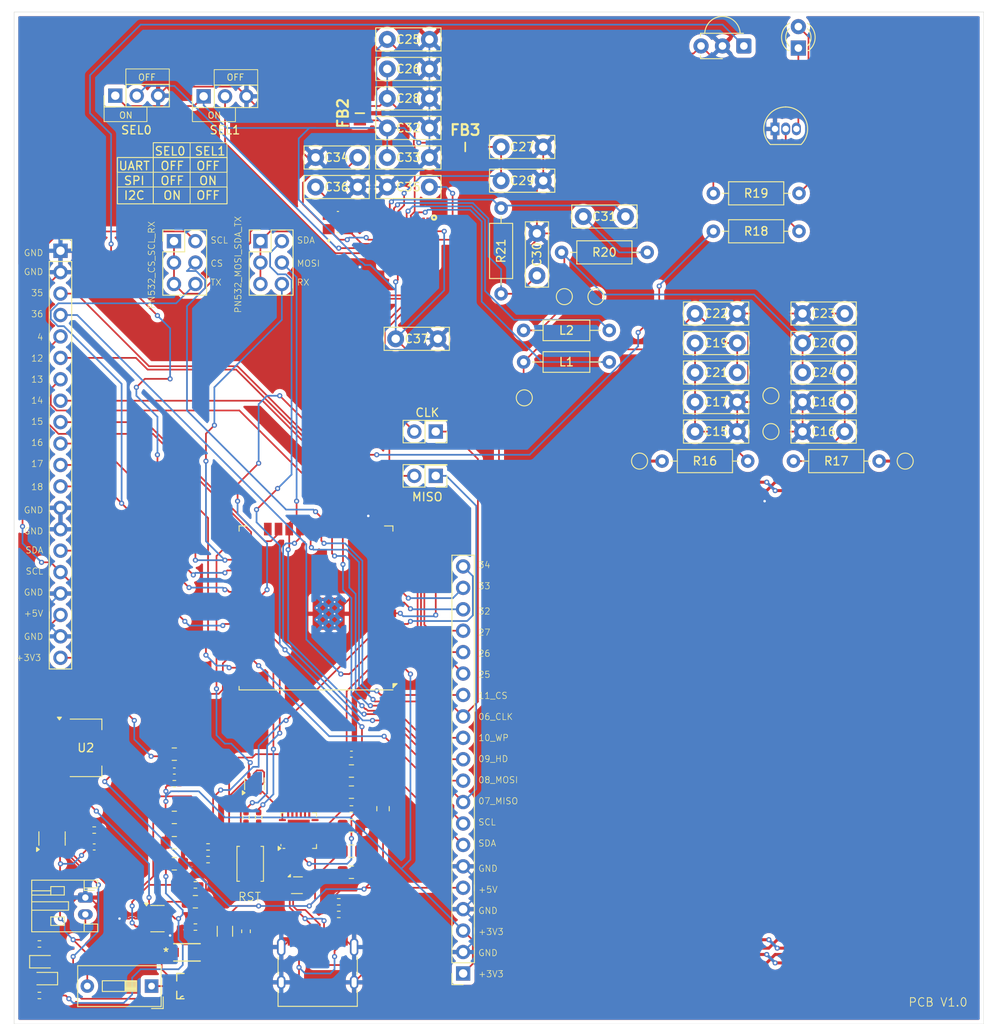
<source format=kicad_pcb>
(kicad_pcb (version 20240108) (generator "pcbnew") (generator_version "8.0")
  (layers (0 "F.Cu" signal) (31 "B.Cu" signal) (34 "B.Paste" user) (35 "F.Paste" user) (36 "B.SilkS" user "B.Silkscreen") (37 "F.SilkS" user "F.Silkscreen") (38 "B.Mask" user) (39 "F.Mask" user) (44 "Edge.Cuts" user))
  (net 0 "")
  (net 1 "+5V")
  (net 2 "GND")
  (net 3 "+3V3")
  (net 4 "Net-(Q1-S)")
  (net 5 "+3.3VA")
  (net 6 "+V_BAT")
  (net 7 "Net-(F1-Pad1)")
  (net 8 "+V_USB")
  (net 9 "Net-(J1-D+-PadA6)")
  (net 10 "Net-(J1-CC2)")
  (net 11 "Net-(J1-D--PadA7)")
  (net 13 "Net-(J1-CC1)")
  (net 15 "/IO0")
  (net 16 "/DTR")
  (net 17 "/RTS")
  (net 18 "Net-(D1-K)")
  (net 19 "Net-(D2-A)")
  (net 20 "/RX")
  (net 21 "/EN{slash}RESET")
  (net 22 "/TX")
  (net 23 "Net-(U1-PROG)")
  (net 24 "Net-(U1-STAT)")
  (net 25 "Net-(Q1-D)")
  (net 26 "/GPIO35_A13")
  (net 27 "/GPIO12_A11")
  (net 28 "/GPIO23")
  (net 29 "/GPIO4_A5")
  (net 30 "/GPIO21_I2C_SDA")
  (net 31 "/GPIO25_A1")
  (net 32 "/GPIO26_A0")
  (net 33 "/GPIO14_A6")
  (net 34 "/GPIO15_A8")
  (net 35 "/GPIO13_A12")
  (net 36 "/GPIO36_A4")
  (net 37 "/GPIO22_I2C_SCL")
  (net 38 "/GPIO32_A7")
  (net 39 "/GPIO27_A10")
  (net 40 "/GPIO33_A9")
  (net 41 "/GPIO34_A2")
  (net 42 "Net-(C15-Pad1)")
  (net 43 "Net-(C16-Pad2)")
  (net 44 "Net-(C19-Pad2)")
  (net 45 "Net-(C20-Pad1)")
  (net 46 "Net-(IC1-TVDD)")
  (net 47 "Net-(IC1-AVDD)")
  (net 48 "Net-(IC1-VMID)")
  (net 49 "Net-(IC1-RX)")
  (net 50 "Net-(C31-Pad1)")
  (net 51 "Net-(IC1-OSCIN)")
  (net 52 "Net-(IC1-SVDD)")
  (net 53 "Net-(IC1-OSCOUT)")
  (net 54 "/PN532_IRQ")
  (net 55 "/PN532_P32")
  (net 57 "Net-(IC1-MISO_{slash}_P71)")
  (net 58 "/PN532_P30_UART_RX")
  (net 59 "/PN532_AUX2")
  (net 60 "Net-(IC1-TX2)")
  (net 61 "/PN532_P33")
  (net 63 "/PN532_MOSI_SDA_TX")
  (net 64 "/PN532_P31_UART_TX")
  (net 65 "/PN532_RSTPD_N")
  (net 67 "/PN532_SEL1")
  (net 68 "/PN532_NSS_SCL_RX")
  (net 69 "/PN532_P35")
  (net 70 "/PN532_AUX1")
  (net 71 "/PN532_RSTOUT_N")
  (net 72 "/PN532_SIGOUT")
  (net 73 "Net-(IC1-TX1)")
  (net 74 "/PN532_P34_SIC_CLK")
  (net 76 "/PN532_SIGIN")
  (net 77 "/PN532_SEL0")
  (net 78 "/GPIO17_UART2_TX")
  (net 79 "/GPIO16_UART2_RX")
  (net 80 "/GPIO18")
  (net 81 "/GPIO19")
  (net 82 "/GPIO10_SPI_WP")
  (net 83 "/GPIO07_SPI_MISO")
  (net 84 "/GPIO11_SPI_CS")
  (net 85 "/GPIO09_SPI_HD")
  (net 86 "/GPIO06_SPI_CLK")
  (net 87 "/GPIO08_SPI_MOSI")
  (net 88 "/GPIO39_A3_BAT_%")
  (net 89 "Net-(R14-Pad1)")
  (net 90 "Net-(R15-Pad2)")
  (net 91 "Net-(U3-EN)")
  (net 92 "Net-(U5-~{RST})")
  (net 93 "Net-(U5-TXD)")
  (net 94 "Net-(U5-RXD)")
  (net 96 "Net-(U5-D-)")
  (net 97 "Net-(U5-D+)")
  (net 106 "Net-(U5-VPP)")
  (net 113 "Net-(D3-A)")
  (net 114 "Net-(D3-K)")
  (net 115 "Net-(Q3-B)")
  (net 116 "Net-(IC1-SCK_{slash}_P72)")
  (footprint "TestPoint:TestPoint_Pad_D1.5mm" (layer "F.Cu") (at 150.67 94.25)
    (property "Reference" "TP3" (hide yes))
    (property "Value" "TX2_PRE")
  )
  (footprint "Ferrite:BEADC2012X145N" (layer "F.Cu") (at 86 53 90)
    (property "Reference" "FB2")
    (property "Value" "FerriteBead_Small" (hide yes))
  )
  (footprint "Resistor_THT:R_Axial_DIN0207_L6.3mm_D2.5mm_P10.16mm_Horizontal" (layer "F.Cu") (at 137.42 94.25)
    (property "Reference" "R17")
    (property "Value" "1.5")
  )
  (footprint "Resistor_SMD:R_0402_1005Metric_Pad0.72x0.64mm_HandSolder" (layer "F.Cu") (at 83.5 146.5)
    (property "Reference" "R5" (hide yes))
    (property "Value" "5k1")
  )
  (footprint "Resistor_THT:R_Axial_DIN0207_L6.3mm_D2.5mm_P10.16mm_Horizontal" (layer "F.Cu") (at 102.75 74.41 90)
    (property "Reference" "R21")
    (property "Value" "1K")
  )
  (footprint "Capacitor_SMD:C_0805_2012Metric_Pad1.18x1.45mm_HandSolder" (layer "F.Cu") (at 66.5 146.5)
    (property "Reference" "C1" (hide yes))
    (property "Value" "100n")
  )
  (footprint "Connector_USB:USB_C_Receptacle_HRO_TYPE-C-31-M-12" (layer "F.Cu") (at 81 155)
    (property "Reference" "J1" (hide yes))
    (property "Value" "USB_C_Receptacle_USB2.0_16P")
  )
  (footprint "Capacitor_THT:C_Disc_D7.5mm_W2.5mm_P5.00mm" (layer "F.Cu") (at 89.25 54.75)
    (property "Reference" "C32")
    (property "Value" "0.1u")
  )
  (footprint "Resistor_SMD:R_0402_1005Metric_Pad0.72x0.64mm_HandSolder" (layer "F.Cu") (at 68 141.5 180)
    (property "Reference" "R13" (hide yes))
    (property "Value" "10K")
  )
  (footprint "Capacitor_THT:C_Disc_D7.5mm_W2.5mm_P5.00mm" (layer "F.Cu") (at 90.25 79.75)
    (property "Reference" "C37")
    (property "Value" "0.1u")
  )
  (footprint "Capacitor_THT:C_Disc_D7.5mm_W2.5mm_P5.00mm" (layer "F.Cu") (at 125.75 80.25)
    (property "Reference" "C19")
    (property "Value" "22p")
  )
  (footprint "Resistor_SMD:R_0402_1005Metric_Pad0.72x0.64mm_HandSolder" (layer "F.Cu") (at 68 140)
    (property "Reference" "R12" (hide yes))
    (property "Value" "10K")
  )
  (footprint "Resistor_SMD:R_0402_1005Metric_Pad0.72x0.64mm_HandSolder" (layer "F.Cu") (at 66.5 144.5 180)
    (property "Reference" "R3" (hide yes))
    (property "Value" "100k")
  )
  (footprint "Ferrite:BEADC2012X145N" (layer "F.Cu") (at 98.5 57)
    (property "Reference" "FB3")
    (property "Value" "FerriteBead_Small" (hide yes))
  )
  (footprint "Resistor_SMD:R_0402_1005Metric_Pad0.72x0.64mm_HandSolder" (layer "F.Cu") (at 85 135.5 180)
    (property "Reference" "R8" (hide yes))
    (property "Value" "10k")
  )
  (footprint "Capacitor_THT:C_Disc_D7.5mm_W2.5mm_P5.00mm" (layer "F.Cu") (at 80.75 61.75)
    (property "Reference" "C36")
    (property "Value" "33p")
  )
  (footprint "Capacitor_SMD:C_0402_1005Metric_Pad0.74x0.62mm_HandSolder" (layer "F.Cu") (at 64 131)
    (property "Reference" "C13" (hide yes))
    (property "Value" "100n")
  )
  (footprint "Resistor_THT:R_Axial_DIN0207_L6.3mm_D2.5mm_P10.16mm_Horizontal" (layer "F.Cu") (at 109.92 69.5)
    (property "Reference" "R20")
    (property "Value" "1.69K")
  )
  (footprint "TestPoint:TestPoint_Pad_D1.5mm" (layer "F.Cu") (at 119.17 94.25)
    (property "Reference" "TP1" (hide yes))
    (property "Value" "TX1_PRE")
  )
  (footprint "Capacitor_SMD:C_0805_2012Metric_Pad1.18x1.45mm_HandSolder" (layer "F.Cu") (at 64 136.5)
    (property "Reference" "C8" (hide yes))
    (property "Value" "10u")
  )
  (footprint "Capacitor_THT:C_Disc_D7.5mm_W2.5mm_P5.00mm" (layer "F.Cu") (at 125.75 90.75)
    (property "Reference" "C15")
    (property "Value" "NC")
  )
  (footprint "Capacitor_SMD:C_0805_2012Metric_Pad1.18x1.45mm_HandSolder" (layer "F.Cu") (at 85 131)
    (property "Reference" "C14" (hide yes))
    (property "Value" "100n")
  )
  (footprint "Inductor_THT:L_Axial_L5.3mm_D2.2mm_P10.16mm_Horizontal_Vishay_IM-1" (layer "F.Cu") (at 105.42 78.75)
    (property "Reference" "L2")
    (property "Value" "560n")
  )
  (footprint "MBR120:SDO_SOD-123FL498_OSI" (layer "F.Cu") (at 65.5 152.5)
    (property "Reference" "CR1" (hide yes))
    (property "Value" "MBR120" (hide yes))
  )
  (footprint "Resistor_SMD:R_0402_1005Metric_Pad0.72x0.64mm_HandSolder" (layer "F.Cu") (at 48 151.5 180)
    (property "Reference" "R6" (hide yes))
    (property "Value" "1K")
  )
  (footprint "Resistor_SMD:R_0402_1005Metric_Pad0.72x0.64mm_HandSolder" (layer "F.Cu") (at 83.5 148)
    (property "Reference" "R4" (hide yes))
    (property "Value" "5k1")
  )
  (footprint "Package_TO_SOT_SMD:SOT-363_SC-70-6" (layer "F.Cu") (at 73.5 132.5 90)
    (property "Reference" "Q2" (hide yes))
    (property "Value" "UMH3N")
  )
  (footprint "Capacitor_THT:C_Disc_D7.5mm_W2.5mm_P5.00mm" (layer "F.Cu") (at 138.5 83.75)
    (property "Reference" "C24")
    (property "Value" "NC")
  )
  (footprint "Button_Switch_SMD:SW_Push_SPST_NO_Alps_SKRK" (layer "F.Cu") (at 73 142 90)
    (property "Reference" "SW2" (hide yes))
    (property "Value" "Reset Button")
  )
  (footprint "LED_THT:LED_D3.0mm_IRBlack" (layer "F.Cu") (at 138 45.275 90)
    (property "Reference" "D3" (hide yes))
    (property "Value" "IR204A")
  )
  (footprint "Resistor_SMD:R_0201_0603Metric_Pad0.64x0.40mm_HandSolder" (layer "F.Cu") (at 135.9325 99 180)
    (property "Reference" "R14" (hide yes))
    (property "Value" "NC")
  )
  (footprint "Capacitor_THT:C_Disc_D7.5mm_W2.5mm_P5.00mm" (layer "F.Cu") (at 102.75 61)
    (property "Reference" "C29")
    (property "Value" "10u")
  )
  (footprint "Capacitor_THT:C_Disc_D7.5mm_W2.5mm_P5.00mm" (layer "F.Cu") (at 138.5 87.25)
    (property "Reference" "C18")
    (property "Value" "100p")
  )
  (footprint "Resistor_SMD:R_0402_1005Metric_Pad0.72x0.64mm_HandSolder" (layer "F.Cu") (at 66.5 149.5 180)
    (property "Reference" "R1" (hide yes))
    (property "Value" "10K")
  )
  (footprint "LED_SMD:LED_0603_1608Metric_Pad1.05x0.95mm_HandSolder" (layer "F.Cu") (at 48.5 153.61125)
    (property "Reference" "D1" (hide yes))
    (property "Value" "Charging_LED")
  )
  (footprint "Capacitor_SMD:C_0402_1005Metric_Pad0.74x0.62mm_HandSolder" (layer "F.Cu") (at 54.5 140)
    (property "Reference" "C5" (hide yes))
    (property "Value" "100n")
  )
  (footprint "Capacitor_THT:C_Disc_D7.5mm_W2.5mm_P5.00mm" (layer "F.Cu") (at 89.25 61.75)
    (property "Reference" "C35")
    (property "Value" "10u")
  )
  (footprint "Inductor_SMD:L_0603_1608Metric_Pad1.05x0.95mm_HandSolder" (layer "F.Cu") (at 72.5 150 90)
    (property "Reference" "FB1" (hide yes))
    (property "Value" "BLM21PG221")
  )
  (footprint "Resistor_SMD:R_0402_1005Metric_Pad0.72x0.64mm_HandSolder" (layer "F.Cu") (at 54.5 138)
    (property "Reference" "R2" (hide yes))
    (property "Value" "4.K")
  )
  (footprint "Package_TO_SOT_SMD:SOT-23-5" (layer "F.Cu") (at 49.5 139 90)
    (property "Reference" "U1" (hide yes))
    (property "Value" "MCP73831-2-OT")
  )
  (footprint "Capacitor_SMD:C_0805_2012Metric_Pad1.18x1.45mm_HandSolder" (layer "F.Cu") (at 85 140.5)
    (property "Reference" "C7" (hide yes))
    (property "Value" "100n")
  )
  (footprint "Capacitor_THT:C_Disc_D7.5mm_W2.5mm_P5.00mm" (layer "F.Cu") (at 89.25 58.25)
    (property "Reference" "C33")
    (property "Value" "0.1u")
  )
  (footprint "Package_TO_SOT_SMD:SOT-223-3_TabPin2" (layer "F.Cu") (at 53.5 128.25)
    (property "Reference" "U2")
    (property "Value" "AMS1117-5.0")
  )
  (footprint "PN5180A0HN_C2Y:QFN50P600X600X100-41N-D" (layer "F.Cu") (at 91.8 68.75 -90)
    (property "Reference" "IC1" (hide yes))
    (property "Value" "PN5321A3HN_C106,55" (hide yes))
  )
  (footprint "Resistor_SMD:R_0402_1005Metric_Pad0.72x0.64mm_HandSolder" (layer "F.Cu") (at 74 136.5 90)
    (property "Reference" "R11" (hide yes))
    (property "Value" "22R")
  )
  (footprint "Resistor_THT:R_Axial_DIN0207_L6.3mm_D2.5mm_P10.16mm_Horizontal" (layer "F.Cu") (at 127.92 67)
    (property "Reference" "R18")
    (property "Value" "330")
  )
  (footprint "Capacitor_THT:C_Disc_D7.5mm_W2.5mm_P5.00mm" (layer "F.Cu") (at 89.25 51.25)
    (property "Reference" "C28")
    (property "Value" "0.1u")
  )
  (footprint "Package_TO_SOT_SMD:SOT-666" (layer "F.Cu") (at 78.5375 144.5375)
    (property "Reference" "U4" (hide yes))
    (property "Value" "USBLC6-2P6")
  )
  (footprint "Connector_PinHeader_2.54mm:PinHeader_2x01_P2.54mm_Vertical" (layer "F.Cu") (at 95 90.75 180)
    (property "Reference" "JP1" (hide yes))
    (property "Value" "PN532_SPI_CLK_JUMPER")
  )
  (footprint "Capacitor_THT:C_Disc_D7.5mm_W2.5mm_P5.00mm" (layer "F.Cu") (at 125.75 87.25)
    (property "Reference" "C17")
    (property "Value" "100p")
  )
  (footprint "TestPoint:TestPoint_Pad_D1.5mm" (layer "F.Cu") (at 105.5 86.75)
    (property "Reference" "TP4" (hide yes))
    (property "Value" "TX1_POST")
  )
  (footprint "Connector_PinSocket_2.54mm:PinSocket_1x20_P2.54mm_Vertical" (layer "F.Cu") (at 50.5 69.31)
    (property "Reference" "J2" (hide yes))
    (property "Value" "Conn_01x20")
  )
  (footprint "Capacitor_SMD:C_0805_2012Metric_Pad1.18x1.45mm_HandSolder" (layer "F.Cu") (at 64 142)
    (property "Reference" "C2" (hide yes))
    (property "Value" "10u")
  )
  (footprint "DGM3415U:SOT95P240X105-3N" (layer "F.Cu") (at 65 156.5 180)
    (property "Reference" "Q1" (hide yes))
    (property "Value" "DMG3415U")
  )
  (footprint "Package_DFN_QFN:QFN-24-1EP_4x4mm_P0.5mm_EP2.6x2.6mm" (layer "F.Cu") (at 78.75 138.0625 90)
    (property "Reference" "U5" (hide yes))
    (property "Value" "CP2104")
  )
  (footprint "7M-27.120MAAJ-T:XTAL_7M-27.120MAAJ-T" (layer "F.Cu") (at 83.4 65.9 90)
    (property "Reference" "Y1" (hide yes))
    (property "Value" "27.12M")
  )
  (footprint "Connector_PinHeader_2.54mm:PinHeader_2x03_P2.54mm_Vertical" (layer "F.Cu") (at 63.96 68.17)
    (property "Reference" "J5" (hide yes))
    (property "Value" "Conn_02x03_Counter_Clockwise")
  )
  (footprint "Capacitor_THT:C_Disc_D7.5mm_W2.5mm_P5.00mm" (layer "F.Cu") (at 138.5 90.75)
    (property "Reference" "C16")
    (property "Value" "NC")
  )
  (footprint "RF_Module:ESP32-WROOM-32U" (layer "F.Cu") (at 80.8 111.66 180)
    (property "Reference" "U6" (hide yes))
    (property "Value" "ESP32-WROOM-32U")
  )
  (footprint "Capacitor_THT:C_Disc_D7.5mm_W2.5mm_P5.00mm" (layer "F.Cu") (at 89.25 44.25)
    (property "Reference" "C25")
    (property "Value" "0.1u")
  )
  (footprint "Connector_PinHeader_2.54mm:PinHeader_2x01_P2.54mm_Vertical" (layer "F.Cu") (at 95 96 180)
    (property "Reference" "JP2" (hide yes))
    (property "Value" "PN532_SPI_MISO_JUMPER")
  )
  (footprint "Resistor_THT:R_Axial_DIN0207_L6.3mm_D2.5mm_P10.16mm_Horizontal" (layer "F.Cu") (at 127.92 62.5)
    (property "Reference" "R19")
    (property "Value" "50")
  )
  (footprint "Button_Switch_THT:SW_DIP_SPSTx01_Slide_9.78x4.72mm_W7.62mm_P2.54mm" (layer "F.Cu") (at 61.3 156.5 180)
    (property "Reference" "SW1" (hide yes))
    (property "Value" "Power_Switch")
  )
  (footprint "Connector_JST:JST_PH_S2B-PH-K_1x02_P2.00mm_Horizontal" (layer "F.Cu") (at 53.45 146 -90)
    (property "Reference" "JSTPH1" (hide yes))
    (property "Value" "Battery Plug")
  )
  (footprint "Capacitor_SMD:C_0805_2012Metric_Pad1.18x1.45mm_HandSolder" (layer "F.Cu") (at 85 133.5)
    (property "Reference" "C12" (hide yes))
    (property "Value" "22u")
  )
  (footprint "TestPoint:TestPoint_Pad_D1.5mm" (layer "F.Cu") (at 110.25 74.75)
    (property "Reference" "TP7" (hide yes))
    (property "Value" "RX")
  )
  (footprint "LED_SMD:LED_0603_1608Metric_Pad1.05x0.95mm_HandSolder" (layer "F.Cu") (at 48.5 155.61125 180)
    (property "Reference" "D2" (hide yes))
    (property "Value" "Power_LED")
  )
  (footprint "Inductor_THT:L_Axial_L5.3mm_D2.2mm_P10.16mm_Horizontal_Vishay_IM-1" (layer "F.Cu") (at 105.42 82.5)
    (property "Reference" "L1")
    (property "Value" "560n")
  )
  (footprint "Capacitor_SMD:C_0805_2012Metric_Pad1.18x1.45mm_HandSolder" (layer "F.Cu") (at 85 137.5)
    (property "Reference" "C8" (hide yes))
    (property "Value" "4u7")
  )
  (footprint "Capacitor_THT:C_Disc_D7.5mm_W2.5mm_P5.00mm" (layer "F.Cu") (at 125.75 76.75)
    (property "Reference" "C22")
    (property "Value" "220p")
  )
  (footprint "Connector_PinHeader_2.54mm:PinHeader_1x03_P2.54mm_Vertical" (layer "F.Cu") (at 67.475 51 90)
    (property "Reference" "JP4" (hide yes))
    (property "Value" "Conn_01x03_Pin")
  )
  (footprint "Capacitor_THT:C_Disc_D7.5mm_W2.5mm_P5.00mm" (layer "F.Cu") (at 112.5 65.25)
    (property "Reference" "C31")
    (property "Value" "1000p")
  )
  (footprint "Connector_PinHeader_2.54mm:PinHeader_1x03_P2.54mm_Vertical" (layer "F.Cu") (at 57 50.92 90)
    (property "Reference" "JP3" (hide yes))
    (property "Value" "Conn_01x03_Pin")
  )
  (footprint "Fuse:Fuse_1206_3216Metric_Pad1.42x1.75mm_HandSolder" (layer "F.Cu") (at 70 150 90)
    (property "Reference" "F1" (hide yes))
    (property "Value" "Polyfuse 1A")
  )
  (footprint "Resistor_SMD:R_0402_1005Metric_Pad0.72x0.64mm_HandSolder" (layer "F.Cu") (at 48 157.61125 180)
    (property "Reference" "R7" (hide yes))
    (property "Value" "1K")
  )
  (footprint "Capacitor_SMD:C_0805_2012Metric_Pad1.18x1.45mm_HandSolder" (layer "F.Cu") (at 64 129)
    (property "Reference" "C10" (hide yes))
    (property "Value" "22u")
  )
  (footprint "OptoDevice:Vishay_MINICAST-3Pin" (layer "F.Cu") (at 131.54 45.025 180)
    (property "Reference" "U7" (hide yes))
    (property "Value" "TSOP382xx")
  )
  (footprint "TestPoint:TestPoint_Pad_D1.5mm" (layer "F.Cu") (at 114 74.75)
    (property "Reference" "TP6" (hide yes))
    (property "Value" "TX2_POST")
  )
  (footprint "Package_TO_SOT_THT:TO-92_Inline" (layer "F.Cu") (at 135.23 54.86)
    (property "Reference" "Q3" (hide yes))
    (property "Value" "2N3904")
  )
  (footprint "Resistor_SMD:R_0201_0603Metric_Pad0.64x0.40mm_HandSolder" (layer "F.Cu") (at 132.5675 99 180)
    (property "Reference" "R15" (hide yes))
    (property "Value" "NC")
  )
  (footprint "Capacitor_SMD:C_0805_2012Metric_Pad1.18x1.45mm_HandSolder" (layer "F.Cu") (at 88.75 135.4625 90)
    (property "Reference" "C3" (hide yes))
    (property "Value" "22u")
  )
  (footprint "Capacitor_THT:C_Disc_D7.5mm_W2.5mm_P5.00mm" (layer "F.Cu") (at 125.75 83.75)
    (property "Reference" "C21")
    (property "Value" "NC")
  )
  (footprint "Capacitor_THT:C_Disc_D7.5mm_W2.5mm_P5.00mm" (layer "F.Cu") (at 102.75 57)
    (property "Reference" "C27")
    (property "Value" "0.1u")
  )
  (footprint "Resistor_SMD:R_0402_1005Metric_Pad0.72x0.64mm_HandSolder" (layer "F.Cu") (at 64 132.5)
    (property "Reference" "R9" (hide yes))
    (property "Value" "10K")
  )
  (footprint "Capacitor_SMD:C_0805_2012Metric_Pad1.18x1.45mm_HandSolder" (layer "F.Cu") (at 64 139.5)
    (property "Reference" "C6" (hide yes))
    (property "Value" "1u")
  )
  (footprint "Capacitor_THT:C_Disc_D7.5mm_W2.5mm_P5.00mm" (layer "F.Cu") (at 107 72.25 90)
    (property "Reference" "C30")
    (property "Value" "0.1u")
  )
  (footprint "Capacitor_THT:C_Disc_D7.5mm_W2.5mm_P5.00mm" (layer "F.Cu") (at 80.75 58.25)
    (property "Reference" "C34")
    (property "Value" "33p")
  )
  (footprint "Resistor_SMD:R_0402_1005Metric_Pad0.72x0.64mm_HandSolder" (layer "F.Cu") (at 72.5 136.5 90)
    (property "Reference" "R10" (hide yes))
    (property "Value" "22R")
  )
  (footprint "Capacitor_THT:C_Disc_D7.5mm_W2.5mm_P5.00mm" (layer "F.Cu") (at 89.25 47.75)
    (property "Reference" "C26")
    (property "Value" "10u")
  )
  (footprint "Package_TO_SOT_SMD:SOT-23-5" (layer "F.Cu") (at 62 148.5)
    (property "Reference" "U3" (hide yes))
    (property "Value" "AP2112K-3.3")
  )
  (footprint "Capacitor_THT:C_Disc_D7.5mm_W2.5mm_P5.00mm" (layer "F.Cu") (at 138.5 80.25)
    (property "Reference" "C20")
    (property "Value" "22p")
  )
  (footprint "Resistor_THT:R_Axial_DIN0207_L6.3mm_D2.5mm_P10.16mm_Horizontal" (layer "F.Cu") (at 121.84 94.25)
    (property "Reference" "R16")
    (property "Value" "1.5")
  )
  (footprint "TestPoint:TestPoint_Pad_D1.5mm" (layer "F.Cu") (at 134.75 86.5)
    (property "Reference" "TP5" (hide yes))
    (property "Value" "TGND")
  )
  (footprint "Capacitor_SMD:C_0402_1005Metric_Pad0.74x0.62mm_HandSolder" (layer "F.Cu") (at 85 129)
    (property "Reference" "C11" (hide yes))
    (property "Value" "1u")
  )
  (footprint "Capacitor_THT:C_Disc_D7.5mm_W2.5mm_P5.00mm" (layer "F.Cu") (at 138.5 76.75)
    (property "Reference" "C23")
    (property "Value" "220p")
  )
  (footprint "Connector_PinHeader_2.54mm:PinHeader_2x03_P2.54mm_Vertical" (layer "F.Cu") (at 74.21 68.17)
    (property "Reference" "J4" (hide yes))
    (property "Value" "Conn_02x03_Counter_Clockwise")
  )
  (footprint "TestPoint:TestPoint_Pad_D1.5mm" (layer "F.Cu") (at 134.75 90.75)
    (property "Reference" "TP2" (hide yes))
    (property "Value" "TGND")
  )
  (footprint "Connector_PinSocket_2.54mm:PinSocket_1x20_P2.54mm_Vertical" (layer "F.Cu") (at 98.25 155 180)
    (property "Reference" "J3" (hide yes))
    (property "Value" "Conn_01x20")
  )
  (footprint "Capacitor_SMD:C_0805_2012Metric_Pad1.18x1.45mm_HandSolder" (layer "F.Cu") (at 85 143)
    (property "Reference" "C4" (hide yes))
    (property "Value" "22u")
  )
  (gr_rect (start 57.25 58.25) (end 61.5 63.75) (stroke (width 0.1)) (fill none) (layer "F.SilkS"))
  (gr_rect (start 57.25 58.25) (end 70.25 60) (stroke (width 0.1)) (fill none) (layer "F.SilkS"))
  (gr_rect (start 55.67 52.25) (end 60.75 54) (stroke (width 0.1)) (fill none) (layer "F.SilkS"))
  (gr_rect (start 68.725 47.83) (end 73.885 49.67) (stroke (width 0.1)) (fill none) (layer "F.SilkS"))
  (gr_rect (start 61.5 56.5) (end 70.25 58.25) (stroke (width 0.1)) (fill none) (layer "F.SilkS"))
  (gr_rect (start 66.145 52.33) (end 71.25 54) (stroke (width 0.1)) (fill none) (layer "F.SilkS"))
  (gr_rect (start 61.5 56.5) (end 65.875 63.75) (stroke (width 0.1)) (fill none) (layer "F.SilkS"))
  (gr_rect (start 58.25 47.75) (end 63.41 49.59) (stroke (width 0.1)) (fill none) (layer "F.SilkS"))
  (gr_rect (start 61.5 58.25) (end 70.25 63.75) (stroke (width 0.1)) (fill none) (layer "F.SilkS"))
  (gr_rect (start 57.25 61.75) (end 70.25 63.75) (stroke (width 0.1)) (fill none) (layer "F.SilkS"))
  (gr_rect (start 45 41) (end 160 161) (stroke (width 0.05)) (fill none) (layer "Edge.Cuts"))
  (gr_text "36" (at 48.5 77.25 0) (layer "F.SilkS") (effects (font (size 0.75 0.75) (thickness 0.075)) (justify right bottom)))
  (gr_text "4" (at 48.5 80 0) (layer "F.SilkS") (effects (font (size 0.75 0.75) (thickness 0.075)) (justify right bottom)))
  (gr_text "ON" (at 58.25 53.25 0) (layer "F.SilkS") (effects (font (size 0.75 0.75) (thickness 0.1))))
  (gr_text "GND" (at 100 153 0) (layer "F.SilkS") (effects (font (size 0.75 0.75) (thickness 0.075)) (justify left bottom)))
  (gr_text "RST" (at 71.5 146.5 0) (layer "F.SilkS") (effects (font (size 1 1) (thickness 0.1)) (justify left bottom)))
  (gr_text "+5V" (at 100 145.5 0) (layer "F.SilkS") (effects (font (size 0.75 0.75) (thickness 0.075)) (justify left bottom)))
  (gr_text "15" (at 48.5 90 0) (layer "F.SilkS") (effects (font (size 0.75 0.75) (thickness 0.075)) (justify right bottom)))
  (gr_text "26" (at 100 117.5 0) (layer "F.SilkS") (effects (font (size 0.75 0.75) (thickness 0.075)) (justify left bottom)))
  (gr_text "ON" (at 68 61 0) (layer "F.SilkS") (effects (font (size 1 1))))
  (gr_text "PN532_MOSI_SDA_TX" (at 72 76.75 90) (layer "F.SilkS") (effects (font (size 0.75 0.75) (thickness 0.075)) (justify left bottom)))
  (gr_text "GND" (at 100 143 0) (layer "F.SilkS") (effects (font (size 0.75 0.75) (thickness 0.075)) (justify left bottom)))
  (gr_text "GND" (at 48.5 70 0) (layer "F.SilkS") (effects (font (size 0.75 0.75) (thickness 0.075)) (justify right bottom)))
  (gr_text "SDA" (at 48.5 105.25 0) (layer "F.SilkS") (effects (font (size 0.75 0.75) (thickness 0.075)) (justify right bottom)))
  (gr_text "OFF" (at 60.75 48.75 0) (layer "F.SilkS") (effects (font (size 0.75 0.75) (thickness 0.1))))
  (gr_text "GND" (at 48.5 100.5 0) (layer "F.SilkS") (effects (font (size 0.75 0.75) (thickness 0.075)) (justify right bottom)))
  (gr_text "25" (at 100 120 0) (layer "F.SilkS") (effects (font (size 0.75 0.75) (thickness 0.075)) (justify left bottom)))
  (gr_text "GND" (at 48.5 103 0) (layer "F.SilkS") (effects (font (size 0.75 0.75) (thickness 0.075)) (justify right bottom)))
  (gr_text "OFF" (at 68 59.25 0) (layer "F.SilkS") (effects (font (size 1 1))))
  (gr_text "11_CS" (at 100 122.5 0) (layer "F.SilkS") (effects (font (size 0.75 0.75) (thickness 0.075)) (justify left bottom)))
  (gr_text "08_MOSI" (at 100 132.5 0) (layer "F.SilkS") (effects (font (size 0.75 0.75) (thickness 0.075)) (justify left bottom)))
  (gr_text "17" (at 48.5 95 0) (layer "F.SilkS") (effects (font (size 0.75 0.75) (thickness 0.075)) (justify right bottom)))
  (gr_text "SCL" (at 48.5 107.75 0) (layer "F.SilkS") (effects (font (size 0.75 0.75) (thickness 0.075)) (justify right bottom)))
  (gr_text "PCB V1.0" (at 151 159 0) (layer "F.SilkS") (effects (font (size 1 1) (thickness 0.1)) (justify left bottom)))
  (gr_text "18" (at 48.5 97.75 0) (layer "F.SilkS") (effects (font (size 0.75 0.75) (thickness 0.075)) (justify right bottom)))
  (gr_text "+3V3" (at 48.25 118 0) (layer "F.SilkS") (effects (font (size 0.75 0.75) (thickness 0.075)) (justify right bottom)))
  (gr_text "I2C" (at 59.25 62.75 0) (layer "F.SilkS") (effects (font (size 1 1))))
  (gr_text "SEL0" (at 63.5 57.5 0) (layer "F.SilkS") (effects (font (size 1 1))))
  (gr_text "16" (at 48.5 92.5 0) (layer "F.SilkS") (effects (font (size 0.75 0.75) (thickness 0.075)) (justify right bottom)))
  (gr_text "SEL1" (at 70 55 0) (layer "F.SilkS") (effects (font (size 1 1))))
  (gr_text "UART" (at 59.25 59.25 0) (layer "F.SilkS") (effects (font (size 1 1))))
  (gr_text "GND" (at 100 148 0) (layer "F.SilkS") (effects (font (size 0.75 0.75) (thickness 0.075)) (justify left bottom)))
  (gr_text "+5V" (at 48.5 112.75 0) (layer "F.SilkS") (effects (font (size 0.75 0.75) (thickness 0.075)) (justify right bottom)))
  (gr_text "ON" (at 63.75 62.75 0) (layer "F.SilkS") (effects (font (size 1 1))))
  (gr_text "OFF" (at 63.75 59.25 0) (layer "F.SilkS") (effects (font (size 1 1))))
  (gr_text "SCL" (at 100 137.5 0) (layer "F.SilkS") (effects (font (size 0.75 0.75) (thickness 0.075)) (justify left bottom)))
  (gr_text "SEL1" (at 68.25 57.5 0) (layer "F.SilkS") (effects (font (size 1 1))))
  (gr_text "ON" (at 68.75 53.25 0) (layer "F.SilkS") (effects (font (size 0.75 0.75) (thickness 0.1))))
  (gr_text "+3V3" (at 100 155.5 0) (layer "F.SilkS") (effects (font (size 0.75 0.75) (thickness 0.075)) (justify left bottom)))
  (gr_text "10_WP" (at 100 127.5 0) (layer "F.SilkS") (effects (font (size 0.75 0.75) (thickness 0.075)) (justify left bottom)))
  (gr_text "OFF" (at 68 62.75 0) (layer "F.SilkS") (effects (font (size 1 1))))
  (gr_text "GND" (at 48.5 110.25 0) (layer "F.SilkS") (effects (font (size 0.75 0.75) (thickness 0.075)) (justify right bottom)))
  (gr_text "13" (at 48.5 85 0) (layer "F.SilkS") (effects (font (size 0.75 0.75) (thickness 0.075)) (justify right bottom)))
  (gr_text "34" (at 100 107 0) (layer "F.SilkS") (effects (font (size 0.75 0.75) (thickness 0.075)) (justify left bottom)))
  (gr_text "OFF" (at 71.25 48.75 0) (layer "F.SilkS") (effects (font (size 0.75 0.75) (thickness 0.1))))
  (gr_text "33" (at 100 109.5 0) (layer "F.SilkS") (effects (font (size 0.75 0.75) (thickness 0.075)) (justify left bottom)))
  (gr_text "07_MISO" (at 100 135 0) (layer "F.SilkS") (effects (font (size 0.75 0.75) (thickness 0.075)) (justify left bottom)))
  (gr_text "+3V3" (at 100 150.5 0) (layer "F.SilkS") (effects (font (size 0.75 0.75) (thickness 0.075)) (justify left bottom)))
  (gr_text "SCL" (at 68.25 68.5 0) (layer "F.SilkS") (effects (font (size 0.75 0.75) (thickness 0.075)) (justify left bottom)))
  (gr_text "CS" (at 68.25 71.25 0) (layer "F.SilkS") (effects (font (size 0.75 0.75) (thickness 0.075)) (justify left bottom)))
  (gr_text "SPI" (at 59.25 61 0) (layer "F.SilkS") (effects (font (size 1 1))))
  (gr_text "MOSI" (at 78.5 71.25 0) (layer "F.SilkS") (effects (font (size 0.75 0.75) (thickness 0.075)) (justify left bottom)))
  (gr_text "SDA" (at 78.5 68.5 0) (layer "F.SilkS") (effects (font (size 0.75 0.75) (thickness 0.075)) (justify left bottom)))
  (gr_text "OFF" (at 63.75 61 0) (layer "F.SilkS") (effects (font (size 1 1))))
  (gr_text "GND" (at 48.5 115.5 0) (layer "F.SilkS") (effects (font (size 0.75 0.75) (thickness 0.075)) (justify right bottom)))
  (gr_text "35" (at 48.5 74.75 0) (layer "F.SilkS") (effects (font (size 0.75 0.75) (thickness 0.075)) (justify right bottom)))
  (gr_text "CLK" (at 94 88.5 0) (layer "F.SilkS") (effects (font (size 1 1))))
  (gr_text "12" (at 48.5 82.5 0) (layer "F.SilkS") (effects (font (size 0.75 0.75) (thickness 0.075)) (justify right bottom)))
  (gr_text "SEL0" (at 59.5 55 0) (layer "F.SilkS") (effects (font (size 1 1))))
  (gr_text "32" (at 100 112.5 0) (layer "F.SilkS") (effects (font (size 0.75 0.75) (thickness 0.075)) (justify left bottom)))
  (gr_text "RX" (at 78.5 73.5 0) (layer "F.SilkS") (effects (font (size 0.75 0.75) (thickness 0.075)) (justify left bottom)))
  (gr_text "GND" (at 48.5 72.25 0) (layer "F.SilkS") (effects (font (size 0.75 0.75) (thickness 0.075)) (justify right bottom)))
  (gr_text "06_CLK" (at 100 125 0) (layer "F.SilkS") (effects (font (size 0.75 0.75) (thickness 0.075)) (justify left bottom)))
  (gr_text "TX" (at 68.25 73.5 0) (layer "F.SilkS") (effects (font (size 0.75 0.75) (thickness 0.075)) (justify left bottom)))
  (gr_text "27" (at 100 115 0) (layer "F.SilkS") (effects (font (size 0.75 0.75) (thickness 0.075)) (justify left bottom)))
  (gr_text "MISO" (at 94 98.5 0) (layer "F.SilkS") (effects (font (size 1 1))))
  (gr_text "09_HD" (at 100 130 0) (layer "F.SilkS") (effects (font (size 0.75 0.75) (thickness 0.075)) (justify left bottom)))
  (gr_text "PN532_CS_SCL_RX" (at 61.75 76.25 90) (layer "F.SilkS") (effects (font (size 0.75 0.75) (thickness 0.075)) (justify left bottom)))
  (gr_text "14" (at 48.5 87.5 0) (layer "F.SilkS") (effects (font (size 0.75 0.75) (thickness 0.075)) (justify right bottom)))
  (gr_text "SDA" (at 100 140 0) (layer "F.SilkS") (effects (font (size 0.75 0.75) (thickness 0.075)) (justify left bottom)))
  (segment (start 50.35 128.25) (end 56.65 128.25) (width 0.2) (layer "F.Cu") (net 1))
  (segment (start 80.6875 146.3125) (end 80.6875 143.637499) (width 0.2) (layer "F.Cu") (net 1))
  (segment (start 56.65 128.25) (end 56.65 131.35) (width 0.2) (layer "F.Cu") (net 1))
  (segment (start 79.4625 144.5375) (end 79.787499 144.5375) (width 0.2) (layer "F.Cu") (net 1))
  (segment (start 80.6875 143.637499) (end 81.324999 143) (width 0.2) (layer "F.Cu") (net 1))
  (segment (start 50.5 112.49) (end 48.35 114.64) (width 0.2) (layer "F.Cu") (net 1))
  (segment (start 83.824999 140.5) (end 82.6625 141.6625) (width 0.2) (layer "F.Cu") (net 1))
  (segment (start 80.6875 138.8125) (end 80.6875 139.3125) (width 0.2) (layer "F.Cu") (net 1))
  (segment (start 48.35 114.64) (end 48.35 126.25) (width 0.2) (layer "F.Cu") (net 1))
  (segment (start 81.324999 143) (end 83.9625 143) (width 0.2) (layer "F.Cu") (net 1))
  (segment (start 88.75 136.5) (end 88.75 142.75) (width 0.2) (layer "F.Cu") (net 1))
  (segment (start 83.9625 140.3625) (end 83.9625 137.5) (width 0.2) (layer "F.Cu") (net 1))
  (segment (start 86.66 144.84) (end 86.5 145) (width 0.2) (layer "F.Cu") (net 1))
  (segment (start 83.9625 140.5) (end 83.824999 140.5) (width 0.2) (layer "F.Cu") (net 1))
  (segment (start 56.65 131.35) (end 55.75 132.25) (width 0.2) (layer "F.Cu") (net 1))
  (segment (start 86.5 145) (end 86.34 144.84) (width 0.2) (layer "F.Cu") (net 1))
  (segment (start 88.75 142.75) (end 86.5 145) (width 0.2) (layer "F.Cu") (net 1))
  (segment (start 82.6625 141.6625) (end 81.324999 143) (width 0.2) (layer "F.Cu") (net 1))
  (segment (start 80 147) (end 80.6875 146.3125) (width 0.2) (layer "F.Cu") (net 1))
  (segment (start 71.5125 147) (end 74 147) (width 0.2) (layer "F.Cu") (net 1))
  (segment (start 48.35 126.25) (end 50.35 128.25) (width 0.2) (layer "F.Cu") (net 1))
  (segment (start 79.787499 144.5375) (end 80.6875 143.637499) (width 0.2) (layer "F.Cu") (net 1))
  (segment (start 70 148.5125) (end 71.5125 147) (width 0.2) (layer "F.Cu") (net 1))
  (segment (start 82.6625 141.6625) (end 83.9625 140.3625) (width 0.2) (layer "F.Cu") (net 1))
  (segment (start 98.25 144.84) (end 86.66 144.84) (width 0.2) (layer "F.Cu") (net 1))
  (segment (start 80.6875 143.637499) (end 80.6875 139.3125) (width 0.2) (layer "F.Cu") (net 1))
  (via (at 80 147) (size 0.6) (drill 0.3) (layers "F.Cu" "B.Cu") (net 1))
  (via (at 86.5 145) (size 0.6) (drill 0.3) (layers "F.Cu" "B.Cu") (net 1))
  (via (at 74 147) (size 0.6) (drill 0.3) (layers "F.Cu" "B.Cu") (net 1))
  (via (at 55.75 132.25) (size 0.6) (drill 0.3) (layers "F.Cu" "B.Cu") (net 1))
  (segment (start 70.5 147) (end 74 147) (width 0.2) (layer "B.Cu") (net 1))
  (segment (start 82 145) (end 80 147) (width 0.2) (layer "B.Cu") (net 1))
  (segment (start 74 147) (end 80 147) (width 0.2) (layer "B.Cu") (net 1))
  (segment (start 55.75 132.25) (end 70.5 147) (width 0.2) (layer "B.Cu") (net 1))
  (segment (start 86.5 145) (end 82 145) (width 0.2) (layer "B.Cu") (net 1))
  (segment (start 53.975 146) (end 56.475 148.5) (width 0.2) (layer "F.Cu") (net 2))
  (segment (start 66.9025 142) (end 67.4025 141.5) (width 0.2) (layer "F.Cu") (net 2))
  (segment (start 56.475 148.5) (end 57.5 148.5) (width 0.2) (layer "F.Cu") (net 2))
  (segment (start 49.5 139.475001) (end 49.800001 139.175) (width 0.2) (layer "F.Cu") (net 2))
  (segment (start 70.0025 144.1) (end 67.4025 141.5) (width 0.2) (layer "F.Cu") (net 2))
  (segment (start 47.25 137.865552) (end 48.559448 139.175) (width 0.2) (layer "F.Cu") (net 2))
  (segment (start 77.6125 144.5375) (end 77.287501 144.5375) (width 0.2) (layer "F.Cu") (net 2))
  (segment (start 49.5 140.1375) (end 49.5 139.475001) (width 0.2) (layer "F.Cu") (net 2))
  (segment (start 88.85 70) (end 87.25 70) (width 0.2) (layer "F.Cu") (net 2))
  (segment (start 52 149.5) (end 52 146.5) (width 0.2) (layer "F.Cu") (net 2))
  (segment (start 61.509744 125.95) (end 64.559744 129) (width 0.2) (layer "F.Cu") (net 2))
  (segment (start 77.75 149.25) (end 76.5 148) (width 0.2) (layer "F.Cu") (net 2))
  (segment (start 48.55 152.95) (end 52 149.5) (width 0.2) (layer "F.Cu") (net 2))
  (segment (start 93.05 67.5) (end 91.8 68.75) (width 0.2) (layer "F.Cu") (net 2))
  (segment (start 55.0975 139.97) (end 55.0675 140) (width 0.2) (layer "F.Cu") (net 2))
  (segment (start 48.55 154.78625) (end 48.55 152.95) (width 0.2) (layer "F.Cu") (net 2))
  (segment (start 65.0375 129) (end 65.0375 126.9275) (width 0.2) (layer "F.Cu") (net 2))
  (segment (start 64.559744 129) (end 65.0375 129) (width 0.2) (layer "F.Cu") (net 2))
  (segment (start 56 133.5) (end 62 127.5) (width 0.2) (layer "F.Cu") (net 2))
  (segment (start 94.025 65.825) (end 94.025 66.525) (width 0.2) (layer "F.Cu") (net 2))
  (segment (start 77.287501 144.5375) (end 77.1375 144.387499) (width 0.2) (layer "F.Cu") (net 2))
  (segment (start 84.0975 148) (end 84.0975 150.8025) (width 0.2) (layer "F.Cu") (net 2))
  (segment (start 88.85 66.5) (end 88.875 66.525) (width 0.2) (layer "F.Cu") (net 2))
  (segment (start 64.5675 129.47) (end 65.0375 129) (width 0.2) (layer "F.Cu") (net 2))
  (segment (start 65.0375 142) (end 65.625 142) (width 0.2) (layer "F.Cu") (net 2))
  (segment (start 107 67.25) (end 106.75 67.5) (width 0.2) (layer "F.Cu") (net 2))
  (segment (start 82.245 146.854972) (end 82.510028 147.12) (width 0.2) (layer "F.Cu") (net 2))
  (segment (start 130.75 87.25) (end 134 87.25) (width 0.2) (layer "F.Cu") (net 2))
  (segment (start 76.68 151.87) (end 76.835 151.87) (width 0.2) (layer "F.Cu") (net 2))
  (segment (start 76.68 151.87) (end 76.68 156.05) (width 0.2) (layer "F.Cu") (net 2))
  (segment (start 121.25 67.25) (end 107 67.25) (width 0.2) (layer "F.Cu") (net 2))
  (segment (start 64.5675 131) (end 64.5675 129.47) (width 0.2) (layer "F.Cu") (net 2))
  (segment (start 107.75 61) (end 107.75 57) (width 0.2) (layer "F.Cu") (net 2))
  (segment (start 87.825 133.5) (end 88.75 134.425) (width 0.2) (layer "F.Cu") (net 2))
  (segment (start 57.5 148.5) (end 58.651471 148.5) (width 0.2) (layer "F.Cu") (net 2))
  (segment (start 94.025 66.525) (end 91.8 68.75) (width 0.2) (layer "F.Cu") (net 2))
  (segment (start 85.5675 121.6825) (end 87.335 119.915) (width 0.2) (layer "F.Cu") (net 2))
  (segment (start 83.4775 147.12) (end 84.0975 146.5) (width 0.2) (layer "F.Cu") (net 2))
  (segment (start 136.5 88.75) (end 138.5 90.75) (width 0.2) (layer "F.Cu") (net 2))
  (segment (start 85.5675 129) (end 85.5675 130.53) (width 0.2) (layer "F.Cu") (net 2))
  (segment (start 77.75 150.955) (end 77.75 149.25) (width 0.2) (layer "F.Cu") (net 2))
  (segment (start 91.05 65.8) (end 91.05 68) (width 0.2) (layer "F.Cu") (net 2))
  (segment (start 51.05 140.55) (end 53.45 142.95) (width 0.2) (layer "F.Cu") (net 2))
  (segment (start 88.85 70) (end 90.55 70) (width 0.2) (layer "F.Cu") (net 2))
  (segment (start 67.755 146.2825) (end 67.5375 146.5) (width 0.2) (layer "F.Cu") (net 2))
  (segment (start 85.836815 143) (end 82.956815 145.88) (width 0.2) (layer "F.Cu") (net 2))
  (segment (start 84.0975 150.8025) (end 84.25 150.955) (width 0.2) (layer "F.Cu") (net 2))
  (segment (start 55.0975 138) (end 55.0975 137.4025) (width 0.2) (layer "F.Cu") (net 2))
  (segment (start 77.1375 141.3625) (end 78 140.5) (width 0.2) (layer "F.Cu") (net 2))
  (segment (start 89.575 66.525) (end 91.8 68.75) (width 0.2) (layer "F.Cu") (net 2))
  (segment (start 138.5 91.25) (end 138.5 90.75) (width 0.2) (layer "F.Cu") (net 2))
  (segment (start 51.05 139.434448) (end 51.05 140.55) (width 0.2) (layer "F.Cu") (net 2))
  (segment (start 82.245 146.145028) (end 82.245 146.854972) (width 0.2) (layer "F.Cu") (net 2))
  (segment (start 98.25 152.46) (end 88.91 152.46) (width 0.2) (layer "F.Cu") (net 2))
  (segment (start 87.25 70) (end 86 71.25) (width 0.2) (layer "F.Cu") (net 2))
  (segment (start 130.75 90.75) (end 132.75 88.75) (width 0.2) (layer "F.Cu") (net 2))
  (segment (start 58.751471 148.4) (end 59.248529 148.4) (width 0.2) (layer "F.Cu") (net 2))
  (segment (start 86.515 101.235) (end 87 100.75) (width 0.2) (layer "F.Cu") (net 2))
  (segment (start 63.15 49.85) (end 62.08 50.92) (width 0.2) (layer "F.Cu") (net 2))
  (segment (start 65.625 142) (end 67.755 144.13) (width 0.2) (layer "F.Cu") (net 2))
  (segment (start 76.5 148) (end 76.5 145.325001) (width 0.2) (layer "F.Cu") (net 2))
  (segment (start 86.515 102.31) (end 86.515 101.235) (width 0.2) (layer "F.Cu") (net 2))
  (segment (start 86.0375 143) (end 86.0375 140.5) (width 0.2) (layer "F.Cu") (net 2))
  (segment (start 85.165 151.87) (end 84.25 150.955) (width 0.2) (layer "F.Cu") (net 2))
  (segment (start 87.335 119.915) (end 89.55 119.915) (width 0.2) (layer "F.Cu") (net 2))
  (segment (start 138.5 90.75) (end 138.5 87.25) (width 0.2) (layer "F.Cu") (net 2))
  (segment (start 50.5 69.31) (end 50.5 71.85) (width 0.2) (layer "F.Cu") (net 2))
  (segment (start 85.5675 129) (end 85.5675 121.6825) (width 0.2) (layer "F.Cu") (net 2))
  (segment (start 86.0375 133.5) (end 87.825 133.5) (width 0.2) (layer "F.Cu") (net 2))
  (segment (start 82.510028 145.88) (end 82.245 146.145028) (width 0.2) (layer "F.Cu") (net 2))
  (segment (start 64.9025 150.5) (end 65.9025 149.5) (width 0.2) (layer "F.Cu") (net 2))
  (segment (start 106.75 67.5) (end 106.75 68.25) (width 0.2) (layer "F.Cu") (net 2))
  (segment (start 56 136.5) (end 56 133.5) (width 0.2) (layer "F.Cu") (net 2))
  (segment (start 62 127.5) (end 64.5375 127.5) (width 0.2) (layer "F.Cu") (net 2))
  (segment (start 86.0375 143) (end 85.836815 143) (width 0.2) (layer "F.Cu") (net 2))
  (segment (start 132.05 85.95) (end 130.75 87.25) (width 0.2) (layer "F.Cu") (net 2))
  (segment (start 47.25 75.1) (end 47.25 137.865552) (width 0.2) (layer "F.Cu") (net 2))
  (segment (start 65.0375 126.9275) (end 72.05 119.915) (width 0.2) (layer "F.Cu") (net 2))
  (segment (start 77.75 150.955) (end 77.595 150.955) (width 0.2) (layer "F.Cu") (net 2))
  (segment (start 91.05 68) (end 91.8 68.75) (width 0.2) (layer "F.Cu") (net 2))
  (segment (start 76.5 145.325001) (end 77.287501 144.5375) (width 0.2) (layer "F.Cu") (net 2))
  (segment (start 86.255 133.7175) (end 86.255 137.2825) (width 0.2) (layer "F.Cu") (net 2))
  (segment (start 55.0975 137.4025) (end 56 136.5) (width 0.2) (layer "F.Cu") (net 2))
  (segment (start 64.5375 127.5) (end 65.0375 128) (width 0.2) (layer "F.Cu") (net 2))
  (segment (start 50.5 71.85) (end 47.25 75.1) (width 0.2) (layer "F.Cu") (net 2))
  (segment (start 79.805 58.25) (end 80.75 58.25) (width 0.2) (layer "F.Cu") (net 2))
  (segment (start 93.05 65.8) (end 93.05 67.5) (width 0.2) (layer "F.Cu") (net 2))
  (segment (start 48.890552 139.175) (end 49.5 139.784448) (width 0.2) (layer "F.Cu") (net 2))
  (segment (start 72.555 51) (end 71.405 49.85) (width 0.2) (layer "F.Cu") (net 2))
  (segment (start 106.75 68.25) (end 95.25 79.75) (width 0.2) (layer "F.Cu") (net 2))
  (segment (start 78 140.5) (end 78 140) (width 0.2) (layer "F.Cu") (net 2))
  (segment (start 130.75 76.5) (end 132.05 77.8) (width 0.2) (layer "F.Cu") (net 2))
  (segment (start 48.559448 139.175) (end 48.890552 139.175) (width 0.2) (layer "F.Cu") (net 2))
  (segment (start 76.835 151.87) (end 77.75 150.955) (width 0.2) (layer "F.Cu") (net 2))
  (segment (start 49.800001 139.175) (end 50.790552 139.175) (width 0.2) (layer "F.Cu") (net 2))
  (segment (start 86.515 108.835) (end 86.515 102.31) (width 0.2) (layer "F.Cu") (net 2))
  (segment (start 107 67.25) (end 107 61.75) (width 0.2) (layer "F.Cu") (net 2))
  (segment (start 49.375 155.61125) (end 48.55 154.78625) (width 0.2) (layer "F.Cu") (net 2))
  (segment (start 71.405 49.85) (end 63.15 49.85) (width 0.2) (layer "F.Cu") (net 2))
  (segment (start 86.0375 133.5) (end 86.255 133.7175) (width 0.2) (layer "F.Cu") (net 2))
  (segment (start 130.75 76.75) (end 138.5 76.75) (width 0.2) (layer "F.Cu") (net 2))
  (segment (start 67.5375 147.865) (end 65.9025 149.5) (width 0.2) (layer "F.Cu") (net 2))
  (segment (start 55.0975 138) (end 55.0975 139.97) (width 0.2) (layer "F.Cu") (net 2))
  (segment (start 88.875 66.525) (end 89.575 66.525) (width 0.2) (layer "F.Cu") (net 2))
  (segment (start 132.05 77.8) (end 132.05 85.95) (width 0.2) (layer "F.Cu") (net 2))
  (segment (start 134.75 90.75) (end 138.5 90.75) (width 0.2) (layer "F.Cu") (net 2))
  (segment (start 85.32 151.87) (end 85.165 151.87) (width 0.2) (layer "F.Cu") (net 2))
  (segment (start 130.75 76.75) (end 121.25 67.25) (width 0.2) (layer "F.Cu") (net 2))
  (segment (start 82.956815 145.88) (end 82.510028 145.88) (width 0.2) (layer "F.Cu") (net 2))
  (segment (start 82.3 113.05) (end 86.515 108.835) (width 0.2) (layer "F.Cu") (net 2))
  (segment (start 132.75 88.75) (end 136.5 88.75) (width 0.2) (layer "F.Cu") (net 2))
  (segment (start 82.510028 147.12) (end 83.4775 147.12) (width 0.2) (layer "F.Cu") (net 2))
  (segment (start 49.5 139.784448) (end 49.5 140.1375) (width 0.2) (layer "F.Cu") (net 2))
  (segment (start 130.75 90.75) (end 130.75 87.25) (width 0.2) (layer "F.Cu") (net 2))
  (segment (start 65.0375 128) (end 65.0375 129) (width 0.2) (layer "F.Cu") (net 2))
  (segment (start 50.790552 139.175) (end 51.05 139.434448) (width 0.2) (layer "F.Cu") (net 2))
  (segment (start 53.45 142.95) (end 53.45 146) (width 0.2) (layer "F.Cu") (net 2))
  (segment (start 134 87.25) (end 134.75 86.5) (width 0.2) (layer "F.Cu") (net 2))
  (segment (start 52 146.5) (end 52.5 146) (width 0.2) (layer "F.Cu") (net 2))
  (segment (start 65.0375 136.5) (end 65.0375 139.5) (width 0.2) (layer "F.Cu") (net 2))
  (segment (start 67.755 144.13) (end 67.755 146.2825) (width 0.2) (layer "F.Cu") (net 2))
  (segment (start 58.651471 148.5) (end 58.751471 148.4) (width 0.2) (layer "F.Cu") (net 2))
  (segment (start 52.5 146) (end 53.45 146) (width 0.2) (layer "F.Cu") (net 2))
  (segment (start 134 99) (end 132.975 99) (width 0.3556) (layer "F.Cu") (net 2))
  (segment (start 84.0975 146.5) (end 84.0975 148) (width 0.2) (layer "F.Cu") (net 2))
  (segment (start 65.0375 139.5) (end 65.0375 142) (width 0.2) (layer "F.Cu") (net 2))
  (segment (start 63.5 150.5) (end 64.9025 150.5) (width 0.2) (layer "F.Cu") (net 2))
  (segment (start 65.5375 141.5) (end 65.0375 142) (width 0.2) (layer "F.Cu") (net 2))
  (segment (start 53.45 146) (end 53.975 146) (width 0.2) (layer "F.Cu") (net 2))
  (segment (start 85.5675 130.53) (end 86.0375 131) (width 0.2) (layer "F.Cu") (net 2))
  (segment (start 77.1375 144.387499) (end 77.1375 141.3625) (width 0.2) (layer "F.Cu") (net 2))
  (segment (start 135.525 99) (end 134 99) (width 0.3556) (layer "F.Cu") (net 2))
  (segment (start 78 140) (end 78 138.8125) (width 0.2) (layer "F.Cu") (net 2))
  (segment (start 90.55 70) (end 91.8 68.75) (width 0.2) (layer "F.Cu") (net 2))
  (segment (start 78 138.8125) (end 78.75 138.0625) (width 0.2) (layer "F.Cu") (net 2))
  (segment (start 86.255 137.2825) (end 86.0375 137.5) (width 0.2) (layer "F.Cu") (net 2))
  (segment (start 107 61.75) (end 107.75 61) (width 0.2) (layer "F.Cu") (net 2))
  (segment (start 65.0375 142) (end 66.9025 142) (width 0.2) (layer "F.Cu") (net 2))
  (segment (start 67.5375 146.5) (end 67.5375 147.865) (width 0.2) (layer "F.Cu") (net 2))
  (segment (start 72.555 51) (end 79.805 58.25) (width 0.2) (layer "F.Cu") (net 2))
  (segment (start 50.35 125.95) (end 61.509744 125.95) (width 0.2) (layer "F.Cu") (net 2))
  (segment (start 59.248529 148.4) (end 59.348529 148.5) (width 0.2) (layer "F.Cu") (net 2))
  (segment (start 74.4 144.1) (end 77.1375 141.3625) (width 0.2) (layer "F.Cu") (net 2))
  (segment (start 59.348529 148.5) (end 60.8625 148.5) (width 0.2) (layer "F.Cu") (net 2))
  (segment (start 86.0375 131) (end 86.0375 133.5) (width 0.2) (layer "F.Cu") (net 2))
  (segment (start 86.0375 137.5) (end 86.0375 140.5) (width 0.2) (layer "F.Cu") (net 2))
  (segment (start 73 144.1) (end 74.4 144.1) (width 0.2) (layer "F.Cu") (net 2))
  (segment (start 84.25 150.955) (end 84.405 150.955) (width 0.2) (layer "F.Cu") (net 2))
  (segment (start 73 144.1) (end 70.0025 144.1) (width 0.2) (layer "F.Cu") (net 2))
  (segment (start 88.91 152.46) (end 85.32 156.05) (width 0.2) (layer "F.Cu") (net 2))
  (via (at 63.5 150.5) (size 0.6) (drill 0.3) (layers "F.Cu" "B.Cu") (net 2))
  (via (at 134 99) (size 0.6) (drill 0.3) (layers "F.Cu" "B.Cu") (net 2))
  (via (at 57.5 148.5) (size 0.6) (drill 0.3) (layers "F.Cu" "B.Cu") (net 2))
  (via (at 86 71.25) (size 0.6) (drill 0.3) (layers "F.Cu" "B.Cu") (net 2))
  (via (at 87 100.75) (size 0.6) (drill 0.3) (layers "F.Cu" "B.Cu") (net 2))
  (segment (start 98.25 147.38) (end 99.4 146.23) (width 0.2) (layer "B.Cu") (net 2))
  (segment (start 89.55 81.05) (end 86 77.5) (width 0.2) (layer "B.Cu") (net 2))
  (segment (start 85.32 151.87) (end 85.32 156.05) (width 0.2) (layer "B.Cu") (net 2))
  (segment (start 87 85.5) (end 87 100.75) (width 0.2) (layer "B.Cu") (net 2))
  (segment (start 50.5 115.03) (end 49.35 113.88) (width 0.2) (layer "B.Cu") (net 2))
  (segment (start 49.35 113.88) (end 49.35 111.1) (width 0.2) (layer "B.Cu") (net 2))
  (segment (start 94.25 47.75) (end 94.25 54.75) (width 0.2) (layer "B.Cu") (net 2))
  (segment (start 90.75 61.75) (end 94.25 58.25) (width 0.2) (layer "B.Cu") (net 2))
  (segment (start 59.5 150.5) (end 57.5 148.5) (width 0.2) (layer "B.Cu") (net 2))
  (segment (start 86 77.5) (end 86 71.25) (width 0.2) (layer "B.Cu") (net 2))
  (segment (start 63.5 150.5) (end 59.5 150.5) (width 0.2) (layer "B.Cu") (net 2))
  (segment (start 95.25 79.75) (end 93.95 81.05) (width 0.2) (layer "B.Cu") (net 2))
  (segment (start 99.4 146.23) (end 99.4 143.45) (width 0.2) (layer "B.Cu") (net 2))
  (segment (start 93.95 81.05) (end 89.55 81.05) (width 0.2) (layer "B.Cu") (net 2))
  (segment (start 95.25 79.75) (end 92.75 79.75) (width 0.2) (layer "B.Cu") (net 2))
  (segment (start 94.25 58.25) (end 94.25 54.75) (width 0.2) (layer "B.Cu") (net 2))
  (segment (start 99.4 151.31) (end 99.4 148.53) (width 0.2) (layer "B.Cu") (net 2))
  (segment (start 92.75 79.75) (end 87 85.5) (width 0.2) (layer "B.Cu") (net 2))
  (segment (start 85.75 61.75) (end 89.25 61.75) (width 0.2) (layer "B.Cu") (net 2))
  (segment (start 84.25 61.75) (end 85.75 61.75) (width 0.2) (layer "B.Cu") (net 2))
  (segment (start 94.25 44.25) (end 94.25 47.75) (width 0.2) (layer "B.Cu") (net 2))
  (segment (start 99.4 143.45) (end 98.25 142.3) (width 0.2) (layer "B.Cu") (net 2))
  (segment (start 99.4 148.53) (end 98.25 147.38) (width 0.2) (layer "B.Cu") (net 2))
  (segment (start 80.75 58.25) (end 84.25 61.75) (width 0.2) (layer "B.Cu") (net 2))
  (segment (start 89.25 61.75) (end 90.75 61.75) (width 0.2) (layer "B.Cu") (net 2))
  (segment (start 98.25 152.46) (end 99.4 151.31) (width 0.2) (layer "B.Cu") (net 2))
  (segment (start 49.35 111.1) (end 50.5 109.95) (width 0.2) (layer "B.Cu") (net 2))
  (segment (start 88.35 53.85) (end 89.25 54.75) (width 0.2) (layer "F.Cu") (net 3))
  (segment (start 99.4 153.85) (end 98.25 155) (width 0.2) (layer "F.Cu") (net 3))
  (segment (start 127.92 46.485) (end 126.46 45.025) (width 0.2) (layer "F.Cu") (net 3))
  (segment (start 51.5 158) (end 51.11125 157.61125) (width 0.2) (layer "F.Cu") (net 3))
  (segment (start 62.9625 129) (end 62.9625 130.53) (width 0.2) (layer "F.Cu") (net 3))
  (segment (start 99.4 151.07) (end 98.25 149.92) (width 0.2) (layer "F.Cu") (net 3))
  (segment (start 94.75 66.5) (end 94.75 67) (width 0.2) (layer "F.Cu") (net 3))
  (segment (start 51.11125 157.61125) (end 48.5975 157.61125) (width 0.2) (layer "F.Cu") (net 3))
  (segment (start 97.15 56.5) (end 93 56.5) (width 0.2) (layer "F.Cu") (net 3))
  (segment (start 63.4025 132.5) (end 63.4025 131.03) (width 0.2) (layer "F.Cu") (net 3))
  (segment (start 63 132.9025) (end 63.4025 132.5) (width 0.2) (layer "F.Cu") (net 3))
  (segment (start 90.5 72.75) (end 90.5 71.75) (width 0.2) (layer "F.Cu") (net 3))
  (segment (start 61.25 129.25) (end 62.7125 129.25) (width 0.2) (layer "F.Cu") (net 3))
  (segment (start 94.75 67) (end 96 67) (width 0.2) (layer "F.Cu") (net 3))
  (segment (start 63 142.0375) (end 62.9625 142) (width 0.2) (layer "F.Cu") (net 3))
  (segment (start 63.4025 131.03) (end 63.4325 131) (width 0.2) (layer "F.Cu") (net 3))
  (segment (start 66.325 52.15) (end 67.475 51) (width 0.2) (layer "F.Cu") (net 3))
  (segment (start 62.9625 142) (end 62.9625 139.5) (width 0.2) (layer "F.Cu") (net 3))
  (segment (start 86 53.85) (end 88.35 53.85) (width 0.2) (layer "F.Cu") (net 3))
  (segment (start 63 133.4) (end 63 132.9025) (width 0.2) (layer "F.Cu") (net 3))
  (segment (start 90.25 73) (end 90.5 72.75) (width 0.2) (layer "F.Cu") (net 3))
  (segment (start 62.7125 129.25) (end 62.9625 129) (width 0.2) (layer "F.Cu") (net 3))
  (segment (start 50.5 117.57) (end 51.82 117.57) (width 0.2) (layer "F.Cu") (net 3))
  (segment (start 64.0875 148.5) (end 64.5 148.5) (width 0.2) (layer "F.Cu") (net 3))
  (segment (start 102.5 96) (end 102.75 96.25) (width 0.2) (layer "F.Cu") (net 3))
  (segment (start 102.75 150.5) (end 99.4 153.85) (width 0.2) (layer "F.Cu") (net 3))
  (segment (start 62.9625 130.53) (end 63.4325 131) (width 0.2) (layer "F.Cu") (net 3))
  (segment (start 90.25 79.75) (end 102.5 92) (width 0.2) (layer "F.Cu") (net 3))
  (segment (start 126.46 45.025) (end 125.56 45.925) (width 0.2) (layer "F.Cu") (net 3))
  (segment (start 102.75 96.25) (end 102.75 150.5) (width 0.2) (layer "F.Cu") (net 3))
  (segment (start 63.1375 147.55) (end 64.0875 148.5) (width 0.2) (layer "F.Cu") (net 3))
  (segment (start 127.92 62.5) (end 127.92 46.485) (width 0.2) (layer "F.Cu") (net 3))
  (segment (start 125.56 45.925) (end 90.925 45.925) (width 0.2) (layer "F.Cu") (net 3))
  (segment (start 99.4 153.85) (end 99.4 151.07) (width 0.2) (layer "F.Cu") (net 3))
  (segment (start 51.82 117.57) (end 59.25 125) (width 0.2) (layer "F.Cu") (net 3))
  (segment (start 102.5 92) (end 102.5 96) (width 0.2) (layer "F.Cu") (net 3))
  (segment (start 97.65 57) (end 97.15 56.5) (width 0.2) (layer "F.Cu") (net 3))
  (segment (start 92 119.5) (end 91.145 118.645) (width 0.2) (layer "F.Cu") (net 3))
  (segment (start 63 143.5) (end 63 142.0375) (width 0.2) (layer "F.Cu") (net 3))
  (segment (start 58.23 52.15) (end 66.325 52.15) (width 0.2) (layer "F.Cu") (net 3))
  (segment (start 57 50.92) (end 58.23 52.15) (width 0.2) (layer "F.Cu") (net 3))
  (segment (start 63 134.6) (end 62.9625 134.6375) (width 0.2) (layer "F.Cu") (net 3))
  (segment (start 90.925 45.925) (end 89.25 44.25) (width 0.2) (layer "F.Cu") (net 3))
  (segment (start 91.145 118.645) (end 89.55 118.645) (width 0.2) (layer "F.Cu") (net 3))
  (segment (start 62.9625 134.6375) (end 62.9625 136.5) (width 0.2) (layer "F.Cu") (net 3))
  (segment (start 62.9625 139.5) (end 62.9625 136.5) (width 0.2) (layer "F.Cu") (net 3))
  (via (at 64.5 148.5) (size 0.6) (drill 0.3) (layers "F.Cu" "B.Cu") (net 3))
  (via (at 63 143.5) (size 0.6) (drill 0.3) (layers "F.Cu" "B.Cu") (net 3))
  (via (at 59.25 125) (size 0.6) (drill 0.3) (layers "F.Cu" "B.Cu") (net 3))
  (via (at 93 56.5) (size 0.6) (drill 0.3) (layers "F.Cu" "B.Cu") (net 3))
  (via (at 96 67) (size 0.6) (drill 0.3) (layers "F.Cu" "B.Cu") (net 3))
  (via (at 51.5 158) (size 0.6) (drill 0.3) (layers "F.Cu" "B.Cu") (net 3))
  (via (at 90.25 73) (size 0.6) (drill 0.3) (layers "F.Cu" "B.Cu") (net 3))
  (via (at 92 119.5) (size 0.6) (drill 0.3) (layers "F.Cu" "B.Cu") (net 3))
  (via (at 63 134.6) (size 0.6) (drill 0.3) (layers "F.Cu" "B.Cu") (net 3))
  (via (at 63 133.4) (size 0.6) (drill 0.3) (layers "F.Cu" "B.Cu") (net 3))
  (via (at 61.25 129.25) (size 0.6) (drill 0.3) (layers "F.Cu" "B.Cu") (net 3))
  (segment (start 86.15 70.65) (end 78.75 63.25) (width 0.2) (layer "B.Cu") (net 3))
  (segment (start 90.25 73) (end 90.25 79.75) (width 0.2) (layer "B.Cu") (net 3))
  (segment (start 63 134) (end 63 134.6) (width 0.2) (layer "B.Cu") (net 3))
  (segment (start 63 133.4) (end 63 134) (width 0.2) (layer "B.Cu") (net 3))
  (segment (start 80.75 54.75) (end 89.25 54.75) (width 0.2) (layer "B.Cu") (net 3))
  (segment (start 90.915 142.585) (end 98.25 149.92) (width 0.2) (layer "B.Cu") (net 3))
  (segment (start 91.25 54.75) (end 93 56.5) (width 0.2) (layer "B.Cu") (net 3))
  (segment (start 90.25 74) (end 87.251471 71.001471) (width 0.2) (layer "B.Cu") (net 3))
  (segment (start 96 67) (end 96 74) (width 0.2) (layer "B.Cu") (net 3))
  (segment (start 78.75 63.25) (end 78.75 56) (width 0.2) (layer "B.Cu") (net 3))
  (segment (start 60 154.5) (end 59 155.5) (width 0.2) (layer "B.Cu") (net 3))
  (segment (start 70 136.5) (end 84.83 136.5) (width 0.2) (layer "B.Cu") (net 3))
  (segment (start 66.9 133.4) (end 64.5 133.4) (width 0.2) (layer "B.Cu") (net 3))
  (segment (start 89.25 54.75) (end 89.25 58.25) (width 0.2) (layer "B.Cu") (net 3))
  (segment (start 58 158.5) (end 52 158.5) (width 0.2) (layer "B.Cu") (net 3))
  (segment (start 64.5 147) (end 63 145.5) (width 0.2) (layer "B.Cu") (net 3))
  (segment (start 86.6 71.001471) (end 86.248529 70.65) (width 0.2) (layer "B.Cu") (net 3))
  (segment (start 65 148) (end 65 147.5) (width 0.2) (layer "B.Cu") (net 3))
  (segment (start 63 134) (end 63.6 133.4) (width 0.2) (layer "B.Cu") (net 3))
  (segment (start 63 145.5) (end 63 144) (width 0.2) (layer "B.Cu") (net 3))
  (segment (start 90.915 142.585) (end 92 141.5) (width 0.2) (layer "B.Cu") (net 3))
  (segment (start 63 144) (end 63 143.5) (width 0.2) (layer "B.Cu") (net 3))
  (segment (start 59.25 125) (end 59.25 127.25) (width 0.2) (layer "B.Cu") (net 3))
  (segment (start 92 141.5) (end 92 119.5) (width 0.2) (layer "B.Cu") (net 3))
  (segment (start 63.6 133.4) (end 64.5 133.4) (width 0.2) (layer "B.Cu") (net 3))
  (segment (start 52 158.5) (end 51.5 158) (width 0.2) (layer "B.Cu") (net 3))
  (segment (start 89.25 44.25) (end 87.95 45.55) (width 0.2) (layer "B.Cu") (net 3))
  (segment (start 65 151.5) (end 65 154) (width 0.2) (layer "B.Cu") (net 3))
  (segment (start 78.75 56) (end 80 54.75) (width 0.2) (layer "B.Cu") (net 3))
  (segment (start 59 157.5) (end 58 158.5) (width 0.2) (layer "B.Cu") (net 3))
  (segment (start 87.251471 71.001471) (end 86.6 71.001471) (width 0.2) (layer "B.Cu") (net 3))
  (segment (start 89.25 54.75) (end 91.25 54.75) (width 0.2) (layer "B.Cu") (net 3))
  (segment (start 70.175 54.75) (end 80.75 54.75) (width 0.2) (layer "B.Cu") (net 3))
  (segment (start 64.5 151) (end 65 151.5) (width 0.2) (layer "B.Cu") (net 3))
  (segment (start 67.475 52.05) (end 70.175 54.75) (width 0.2) (layer "B.Cu") (net 3))
  (segment (start 96 74) (end 90.25 79.75) (width 0.2) (layer "B.Cu") (net 3))
  (segment (start 87.95 53.45) (end 89.25 54.75) (width 0.2) (layer "B.Cu") (net 3))
  (segment (start 64.5 148.5) (end 64.5 151) (width 0.2) (layer "B.Cu") (net 3))
  (segment (start 66.9 133.4) (end 70 136.5) (width 0.2) (layer "B.Cu") (net 3))
  (segment (start 86.248529 70.65) (end 86.15 70.65) (width 0.2) (layer "B.Cu") (net 3))
  (segment (start 80 54.75) (end 80.75 54.75) (width 0.2) (layer "B.Cu") (net 3))
  (segment (start 65 154) (end 64.5 154.5) (width 0.2) (layer "B.Cu") (net 3))
  (segment (start 59 155.5) (end 59 157.5) (width 0.2) (layer "B.Cu") (net 3))
  (segment (start 64.5 154.5) (end 60 154.5) (width 0.2) (layer "B.Cu") (net 3))
  (segment (start 84.83 136.5) (end 90.915 142.585) (width 0.2) (layer "B.Cu") (net 3))
  (segment (start 59.25 127.25) (end 61.25 129.25) (width 0.2) (layer "B.Cu") (net 3))
  (segment (start 87.95 45.55) (end 87.95 53.45) (width 0.2) (layer "B.Cu") (net 3))
  (segment (start 65 147.5) (end 64.5 147) (width 0.2) (layer "B.Cu") (net 3))
  (segment (start 67.475 51) (end 67.475 52.05) (width 0.2) (layer "B.Cu") (net 3))
  (segment (start 64.5 148.5) (end 65 148) (width 0.2) (layer "B.Cu") (net 3))
  (segment (start 61.825 147.850001) (end 61.524999 147.55) (width 0.2) (layer "F.Cu") (net 4))
  (segment (start 61.524999 147.55) (end 60.8625 147.55) (width 0.2) (layer "F.Cu") (net 4))
  (segment (start 62.5 154.5) (end 63.5348 155.5348) (width 0.2) (layer "F.Cu") (net 4))
  (segment (start 50.35 130.55) (end 50.35 131.35) (width 0.2) (layer "F.Cu") (net 4))
  (segment (start 62.5 154.5) (end 62.5 151.5188) (width 0.2) (layer "F.Cu") (net 4))
  (segment (start 50.35 131.35) (end 54.75 135.75) (width 0.2) (layer "F.Cu") (net 4))
  (segment (start 65.4625 146.5) (end 61.9125 146.5) (width 0.2) (layer "F.Cu") (net 4))
  (segment (start 65.5 146.5) (end 67.0975 144.9025) (width 0.2) (layer "F.Cu") (net 4))
  (segment (start 62.5 151.5188) (end 61.825 150.8438) (width 0.2) (layer "F.Cu") (net 4))
  (segment (start 61 146) (end 61 147.4125) (width 0.2) (layer "F.Cu") (net 4))
  (segment (start 61 147.4125) (end 60.8625 147.55) (width 0.2) (layer "F.Cu") (net 4))
  (segment (start 62.5 151.5188) (end 63.4812 152.5) (width 0.2) (layer "F.Cu") (net 4))
  (segment (start 61.9125 146.5) (end 60.8625 147.55) (width 0.2) (layer "F.Cu") (net 4))
  (segment (start 61.825 150.8438) (end 61.825 147.850001) (width 0.2) (layer "F.Cu") (net 4))
  (segment (start 67.0975 144.9025) (end 67.0975 144.5) (width 0.2) (layer "F.Cu") (net 4))
  (segment (start 63.4812 152.5) (end 63.9633 152.5) (width 0.2) (layer "F.Cu") (net 4))
  (segment (start 65.4625 146.5) (end 65.5 146.5) (width 0.2) (layer "F.Cu") (net 4))
  (segment (start 63.5348 155.5348) (end 66.016 155.5348) (width 0.2) (layer "F.Cu") (net 4))
  (via (at 54.75 135.75) (size 0.6) (drill 0.3) (layers "F.Cu" "B.Cu") (net 4))
  (via (at 61 146) (size 0.6) (drill 0.3) (layers "F.Cu" "B.Cu") (net 4))
  (segment (start 61 142) (end 61 146) (width 0.2) (layer "B.Cu") (net 4))
  (segment (start 54.75 135.75) (end 61 142) (width 0.2) (layer "B.Cu") (net 4))
  (segment (start 83.9625 133.5) (end 85.5975 135.135) (width 0.2) (layer "F.Cu") (net 5))
  (segment (start 85.5975 135.5) (end 85.5975 135.819999) (width 0.2) (layer "F.Cu") (net 5))
  (segment (start 80 140) (end 79.5 140) (width 0.2) (layer "F.Cu") (net 5))
  (segment (start 80 142) (end 79.5 141.5) (width 0.2) (layer "F.Cu") (net 5))
  (segment (start 79.5 141.5) (end 79.5 140) (width 0.2) (layer "F.Cu") (net 5))
  (segment (start 85 136.417499) (end 85 139) (width 0.2) (layer "F.Cu") (net 5))
  (segment (start 85.5975 135.135) (end 85.5975 135.5) (width 0.2) (layer "F.Cu") (net 5))
  (segment (start 85.5975 135.819999) (end 85 136.417499) (width 0.2) (layer "F.Cu") (net 5))
  (segment (start 83.9625 131) (end 83.9625 133.5) (width 0.2) (layer "F.Cu") (net 5))
  (via (at 80 142) (size 0.6) (drill 0.3) (layers "F.Cu" "B.Cu") (net 5))
  (via (at 85 139) (size 0.6) (drill 0.3) (layers "F.Cu" "B.Cu") (net 5))
  (segment (start 84.5 142) (end 80 142) (width 0.2) (layer "B.Cu") (net 5))
  (segment (start 85 139) (end 85 141.5) (width 0.2) (layer "B.Cu") (net 5))
  (segment (start 85 141.5) (end 84.5 142) (width 0.2) (layer "B.Cu") (net 5))
  (segment (start 50.45 140.1375) (end 50.45 141.95) (width 0.2) (layer "F.Cu") (net 6))
  (segment (start 61.5 143.5) (end 60.9 144.1) (width 0.2) (layer "F.Cu") (net 6))
  (segment (start 56.5 145) (end 54.25 142.75) (width 0.2) (layer "F.Cu") (net 6))
  (segment (start 66 134) (end 62 134) (width 0.2) (layer "F.Cu") (net 6))
  (segment (start 52 151) (end 52.95 151) (width 0.2) (layer "F.Cu") (net 6))
  (segment (start 66.5 139.0975) (end 66.5 134.5) (width 0.2) (layer "F.Cu") (net 6))
  (segment (start 53.45 148) (end 53.45 150.5) (width 0.2) (layer "F.Cu") (net 6))
  (segment (start 54.25 142.75) (end 54.25 140.3175) (width 0.2) (layer "F.Cu") (net 6))
  (segment (start 59.934314 145) (end 56.5 145) (width 0.2) (layer "F.Cu") (net 6))
  (segment (start 53.68 152.68) (end 53.68 156.5) (width 0.2) (layer "F.Cu") (net 6))
  (segment (start 54.25 140.3175) (end 53.9325 140) (width 0.2) (layer "F.Cu") (net 6))
  (segment (start 62 134) (end 61.5 134.5) (width 0.2) (layer "F.Cu") (net 6))
  (segment (start 60.834314 144.1) (end 59.934314 145) (width 0.2) (layer "F.Cu") (net 6))
  (segment (start 52 151) (end 53.68 152.68) (width 0.2) (layer "F.Cu") (net 6))
  (segment (start 53 141) (end 53 140.9325) (width 0.2) (layer "F.Cu") (net 6))
  (segment (start 53 140.9325) (end 53.9325 140) (width 0.2) (layer "F.Cu") (net 6))
  (segment (start 50.45 142.05) (end 50.45 148.45) (width 0.2) (layer "F.Cu") (net 6))
  (segment (start 52.95 151) (end 53.45 150.5) (width 0.2) (layer "F.Cu") (net 6))
  (segment (start 50.45 148.45) (end 50.5 148.5) (width 0.2) (layer "F.Cu") (net 6))
  (segment (start 50.5 148.5) (end 50.45 148.55) (width 0.2) (layer "F.Cu") (net 6))
  (segment (start 60.9 144.1) (end 60.834314 144.1) (width 0.2) (layer "F.Cu") (net 6))
  (segment (start 67.4025 140) (end 66.5 139.0975) (width 0.2) (layer "F.Cu") (net 6))
  (segment (start 66.5 134.5) (end 66 134) (width 0.2) (layer "F.Cu") (net 6))
  (segment (start 50.45 141.95) (end 50.5 142) (width 0.2) (layer "F.Cu") (net 6))
  (segment (start 50.5 142) (end 50.45 142.05) (width 0.2) (layer "F.Cu") (net 6))
  (segment (start 61.5 134.5) (end 61.5 143.5) (width 0.2) (layer "F.Cu") (net 6))
  (via (at 53 141) (size 0.6) (drill 0.3) (layers "F.Cu" "B.Cu") (net 6))
  (via (at 52 151) (size 0.6) (drill 0.3) (layers "F.Cu" "B.Cu") (net 6))
  (via (at 50.5 148.5) (size 0.6) (drill 0.3) (layers "F.Cu" "B.Cu") (net 6))
  (via (at 50.5 142) (size 0.6) (drill 0.3) (layers "F.Cu" "B.Cu") (net 6))
  (segment (start 51 149) (end 51 150) (width 0.2) (layer "B.Cu") (net 6))
  (segment (start 53 141) (end 52 142) (width 0.2) (layer "B.Cu") (net 6))
  (segment (start 50.5 148.5) (end 51 149) (width 0.2) (layer "B.Cu") (net 6))
  (segment (start 52 142) (end 50.5 142) (width 0.2) (layer "B.Cu") (net 6))
  (segment (start 51 150) (end 52 151) (width 0.2) (layer "B.Cu") (net 6))
  (segment (start 70 151.4875) (end 70.1375 151.4875) (width 0.2) (layer "F.Cu") (net 7))
  (segment (start 70.1375 151.4875) (end 72.5 149.125) (width 0.2) (layer "F.Cu") (net 7))
  (segment (start 78.785 151.19) (end 78.55 150.955) (width 0.2) (layer "F.Cu") (net 8))
  (segment (start 53.85 143.35) (end 53.85 142.784314) (width 0.2) (layer "F.Cu") (net 8))
  (segment (start 67.4764 152.9397) (end 67.4764 156.9764) (width 0.2) (layer "F.Cu") (net 8))
  (segment (start 51.45 140.384314) (end 51.45 138.8625) (width 0.2) (layer "F.Cu") (net 8))
  (segment (start 67.4764 156.9764) (end 67.9652 157.4652) (width 0.2) (layer "F.Cu") (net 8))
  (segment (start 65.4812 158) (end 53 158) (width 0.2) (layer "F.Cu") (net 8))
  (segment (start 67.0367 152.5) (end 67.4764 152.9397) (width 0.2) (layer "F.Cu") (net 8))
  (segment (start 78.785 156.215) (end 77 158) (width 0.2) (layer "F.Cu") (net 8))
  (segment (start 73 158) (end 68.5 158) (width 0.2) (layer "F.Cu") (net 8))
  (segment (start 66.016 157.4652) (end 65.4812 158) (width 0.2) (layer "F.Cu") (net 8))
  (segment (start 52 157) (end 52 154.5) (width 0.2) (layer "F.Cu") (net 8))
  (segment (start 52 154.5) (end 51.11125 153.61125) (width 0.2) (layer "F.Cu") (net 8))
  (segment (start 78.785 154.285) (end 78.785 156.215) (width 0.2) (layer "F.Cu") (net 8))
  (segment (start 83.45 151.88) (end 83.45 150.955) (width 0.2) (layer "F.Cu") (net 8))
  (segment (start 72.5 157.5) (end 73 158) (width 0.2) (layer "F.Cu") (net 8))
  (segment (start 53.85 142.784314) (end 51.45 140.384314) (width 0.2) (layer "F.Cu") (net 8))
  (segment (start 51.45 138.8625) (end 50.45 137.8625) (width 0.2) (layer "F.Cu") (net 8))
  (segment (start 72.5 150.875) (end 72.5 157.5) (width 0.2) (layer "F.Cu") (net 8))
  (segment (start 77 158) (end 73 158) (width 0.2) (layer "F.Cu") (net 8))
  (segment (start 51.11125 153.61125) (end 49.375 153.61125) (width 0.2) (layer "F.Cu") (net 8))
  (segment (start 67.9652 157.4652) (end 68.5 158) (width 0.2) (layer "F.Cu") (net 8))
  (segment (start 55 144.5) (end 53.85 143.35) (width 0.2) (layer "F.Cu") (net 8))
  (segment (start 83 153) (end 83 152.33) (width 0.2) (layer "F.Cu") (net 8))
  (segment (start 83 152.33) (end 83.45 151.88) (width 0.2) (layer "F.Cu") (net 8))
  (segment (start 67.0975 151.9759) (end 67.0975 149.5) (width 0.2) (layer "F.Cu") (net 8))
  (segment (start 66.016 157.4652) (end 67.9652 157.4652) (width 0.2) (layer "F.Cu") (net 8))
  (segment (start 67.0367 152.0367) (end 67.0975 151.9759) (width 0.2) (layer "F.Cu") (net 8))
  (segment (start 67.0367 152.5) (end 67.0367 152.0367) (width 0.2) (layer "F.Cu") (net 8))
  (segment (start 52 154.5) (end 52 153) (width 0.2) (layer "F.Cu") (net 8))
  (segment (start 78.785 154.285) (end 78.785 151.19) (width 0.2) (layer "F.Cu") (net 8))
  (segment (start 53 158) (end 52 157) (width 0.2) (layer "F.Cu") (net 8))
  (via (at 52 153) (size 0.6) (drill 0.3) (layers "F.Cu" "B.Cu") (net 8))
  (via (at 55 144.5) (size 0.6) (drill 0.3) (layers "F.Cu" "B.Cu") (net 8))
  (via (at 83 153) (size 0.6) (drill 0.3) (layers "F.Cu" "B.Cu") (net 8))
  (via (at 78.785 154.285) (size 0.6) (drill 0.3) (layers "F.Cu" "B.Cu") (net 8))
  (segment (start 82.5 155) (end 83 154.5) (width 0.2) (layer "B.Cu") (net 8))
  (segment (start 78.785 154.285) (end 79.5 155) (width 0.2) (layer "B.Cu") (net 8))
  (segment (start 55 144.5) (end 55 150) (width 0.2) (layer "B.Cu") (net 8))
  (segment (start 55 150) (end 52 153) (width 0.2) (layer "B.Cu") (net 8))
  (segment (start 79.5 155) (end 82.5 155) (width 0.2) (layer "B.Cu") (net 8))
  (segment (start 83 154.5) (end 83 153) (width 0.2) (layer "B.Cu") (net 8))
  (segment (start 78.367157 147.867157) (end 78.867157 147.867157) (width 0.2) (layer "F.Cu") (net 9))
  (segment (start 77.6875 145.075) (end 77.6875 147.1875) (width 0.2) (layer "F.Cu") (net 9))
  (segment (start 81.75 150.955) (end 81.75 148.75) (width 0.2) (layer "F.Cu") (net 9))
  (segment (start 79.5 148.5) (end 80.75 149.75) (width 0.2) (layer "F.Cu") (net 9))
  (segment (start 77.6875 147.1875) (end 77.921815 147.421814) (width 0.2) (layer "F.Cu") (net 9))
  (segment (start 80.75 149.75) (end 80.75 150.955) (width 0.2) (layer "F.Cu") (net 9))
  (segment (start 77.921815 147.421814) (end 78.367157 147.867157) (width 0.2) (layer "F.Cu") (net 9))
  (segment (start 78.867157 147.867157) (end 79.5 148.5) (width 0.2) (layer "F.Cu") (net 9))
  (via (at 81.75 148.75) (size 0.6) (drill 0.3) (layers "F.Cu" "B.Cu") (net 9))
  (via (at 79.5 148.5) (size 0.6) (drill 0.3) (layers "F.Cu" "B.Cu") (net 9))
  (segment (start 81.5 148.5) (end 81.75 148.75) (width 0.2) (layer "B.Cu") (net 9))
  (segment (start 79.5 148.5) (end 81.5 148.5) (width 0.2) (layer "B.Cu") (net 9))
  (segment (start 82.75 148.1525) (end 82.75 150.955) (width 0.2) (layer "F.Cu") (net 10))
  (segment (start 82.9025 148) (end 82.75 148.1525) (width 0.2) (layer "F.Cu") (net 10))
  (segment (start 78.0875 145.484446) (end 78.2375 145.334446) (width 0.2) (layer "F.Cu") (net 11))
  (segment (start 79.532843 147.467157) (end 78.532843 147.467157) (width 0.2) (layer "F.Cu") (net 11))
  (segment (start 80.25 150.955) (end 80.25 152.25) (width 0.2) (layer "F.Cu") (net 11))
  (segment (start 81 152.5) (end 81.25 152.25) (width 0.2) (layer "F.Cu") (net 11))
  (segment (start 78.2375 144.300001) (end 77.937499 144) (width 0.2) (layer "F.Cu") (net 11))
  (segment (start 77.937499 144) (end 77.6875 144) (width 0.2) (layer "F.Cu") (net 11))
  (segment (start 81.25 149.184314) (end 79.532843 147.467157) (width 0.2) (layer "F.Cu") (net 11))
  (segment (start 78.532843 147.467157) (end 78.0875 147.021814) (width 0.2) (layer "F.Cu") (net 11))
  (segment (start 78.0875 147.021814) (end 78.0875 145.484446) (width 0.2) (layer "F.Cu") (net 11))
  (segment (start 81.25 150.955) (end 81.25 149.184314) (width 0.2) (layer "F.Cu") (net 11))
  (segment (start 78.2375 145.334446) (end 78.2375 144.300001) (width 0.2) (layer "F.Cu") (net 11))
  (segment (start 80.25 152.25) (end 80.5 152.5) (width 0.2) (layer "F.Cu") (net 11))
  (segment (start 80.5 152.5) (end 81 152.5) (width 0.2) (layer "F.Cu") (net 11))
  (segment (start 81.25 152.25) (end 81.25 150.955) (width 0.2) (layer "F.Cu") (net 11))
  (segment (start 86.5 153.5) (end 86 154) (width 0.2) (layer "F.Cu") (net 13))
  (segment (start 85.88 145.88) (end 86.5 146.5) (width 0.2) (layer "F.Cu") (net 13))
  (segment (start 86 154) (end 80.5 154) (width 0.2) (layer "F.Cu") (net 13))
  (segment (start 79.75 153.25) (end 79.75 150.955) (width 0.2) (layer "F.Cu") (net 13))
  (segment (start 83.5225 145.88) (end 85.88 145.88) (width 0.2) (layer "F.Cu") (net 13))
  (segment (start 80.5 154) (end 79.75 153.25) (width 0.2) (layer "F.Cu") (net 13))
  (segment (start 82.9025 146.5) (end 83.5225 145.88) (width 0.2) (layer "F.Cu") (net 13))
  (segment (start 86.5 146.5) (end 86.5 153.5) (width 0.2) (layer "F.Cu") (net 13))
  (segment (start 72.85 131.55) (end 72.85 130.15) (width 0.2) (layer "F.Cu") (net 15))
  (segment (start 73 130) (end 72.85 130.15) (width 0.2) (layer "F.Cu") (net 15))
  (segment (start 69 121.25) (end 69 105.505) (width 0.2) (layer "F.Cu") (net 15))
  (segment (start 71.1 103.405) (end 72.05 103.405) (width 0.2) (layer "F.Cu") (net 15))
  (segment (start 69 105.505) (end 71.1 103.405) (width 0.2) (layer "F.Cu") (net 15))
  (via (at 69 121.25) (size 0.6) (drill 0.3) (layers "F.Cu" "B.Cu") (net 15))
  (via (at 73 130) (size 0.6) (drill 0.3) (layers "F.Cu" "B.Cu") (net 15))
  (segment (start 69 121.25) (end 69 126.75) (width 0.2) (layer "B.Cu") (net 15))
  (segment (start 69 126.75) (end 70 127.75) (width 0.2) (layer "B.Cu") (net 15))
  (segment (start 70 127.75) (end 70.75 127.75) (width 0.2) (layer "B.Cu") (net 15))
  (segment (start 70.75 127.75) (end 73 130) (width 0.2) (layer "B.Cu") (net 15))
  (segment (start 72.85 133.125001) (end 73.400001 132.575) (width 0.2) (layer "F.Cu") (net 16))
  (segment (start 71.88 134.42) (end 71.88 137.88) (width 0.2) (layer "F.Cu") (net 16))
  (segment (start 74.418456 130.925) (end 73.800001 130.925) (width 0.2) (layer "F.Cu") (net 16))
  (segment (start 72.85 133.45) (end 71.88 134.42) (width 0.2) (layer "F.Cu") (net 16))
  (segment (start 73.400001 132.575) (end 74.425 132.575) (width 0.2) (layer "F.Cu") (net 16))
  (segment (start 71.88 137.88) (end 72.8125 138.8125) (width 0.2) (layer "F.Cu") (net 16))
  (segment (start 74.65 132.35) (end 74.65 131.156544) (width 0.2) (layer "F.Cu") (net 16))
  (segment (start 72.85 133.45) (end 72.85 133.125001) (width 0.2) (layer "F.Cu") (net 16))
  (segment (start 74.425 132.575) (end 74.65 132.35) (width 0.2) (layer "F.Cu") (net 16))
  (segment (start 73.5 131.225001) (end 73.5 131.55) (width 0.2) (layer "F.Cu") (net 16))
  (segment (start 72.8125 138.8125) (end 76.8125 138.8125) (width 0.2) (layer "F.Cu") (net 16))
  (segment (start 73.800001 130.925) (end 73.5 131.225001) (width 0.2) (layer "F.Cu") (net 16))
  (segment (start 74.65 131.156544) (end 74.418456 130.925) (width 0.2) (layer "F.Cu") (net 16))
  (segment (start 74.45 133.45) (end 76.8125 135.8125) (width 0.2) (layer "F.Cu") (net 17))
  (segment (start 74.15 133.45) (end 74.45 133.45) (width 0.2) (layer "F.Cu") (net 17))
  (segment (start 76.8125 135.8125) (end 76.8125 136.8125) (width 0.2) (layer "F.Cu") (net 17))
  (segment (start 74.15 133.45) (end 73.5 133.45) (width 0.2) (layer "F.Cu") (net 17))
  (segment (start 47.4025 151.5) (end 47.4025 153.38875) (width 0.2) (layer "F.Cu") (net 18))
  (segment (start 47.4025 153.38875) (end 47.625 153.61125) (width 0.2) (layer "F.Cu") (net 18))
  (segment (start 47.625 155.61125) (end 47.625 157.38875) (width 0.2) (layer "F.Cu") (net 19))
  (segment (start 47.625 157.38875) (end 47.4025 157.61125) (width 0.2) (layer "F.Cu") (net 19))
  (segment (start 73 114.835) (end 72.05 114.835) (width 0.2) (layer "F.Cu") (net 20))
  (segment (start 76.5 118.335) (end 73 114.835) (width 0.2) (layer "F.Cu") (net 20))
  (segment (start 76.5 126.5) (end 76.5 118.335) (width 0.2) (layer "F.Cu") (net 20))
  (segment (start 72.5 135.5) (end 73.25 134.75) (width 0.2) (layer "F.Cu") (net 20))
  (segment (start 72.5 135.9025) (end 72.5 135.5) (width 0.2) (layer "F.Cu") (net 20))
  (via (at 76.5 126.5) (size 0.6) (drill 0.3) (layers "F.Cu" "B.Cu") (net 20))
  (via (at 73.25 134.75) (size 0.6) (drill 0.3) (layers "F.Cu" "B.Cu") (net 20))
  (segment (start 73.901471 134.75) (end 75 133.651471) (width 0.2) (layer "B.Cu") (net 20))
  (segment (start 75 128) (end 76.5 126.5) (width 0.2) (layer "B.Cu") (net 20))
  (segment (start 76.5 126.5) (end 76.450735 126.450735) (width 0.2) (layer "B.Cu") (net 20))
  (segment (start 75 133.651471) (end 75 128) (width 0.2) (layer "B.Cu") (net 20))
  (segment (start 73.25 134.75) (end 73.901471 134.75) (width 0.2) (layer "B.Cu") (net 20))
  (segment (start 70.5 134) (end 70.5 135.5) (width 0.2) (layer "F.Cu") (net 21))
  (segment (start 64.5975 132.5) (end 68.5 132.5) (width 0.2) (layer "F.Cu") (net 21))
  (segment (start 70.5 138.5) (end 71.9 139.9) (width 0.2) (layer "F.Cu") (net 21))
  (segment (start 73.248529 129.4) (end 71.6 129.4) (width 0.2) (layer "F.Cu") (net 21))
  (segment (start 72.453272 132.046728) (end 72.581544 132.175) (width 0.2) (layer "F.Cu") (net 21))
  (segment (start 84.4325 121.5425) (end 88.6 117.375) (width 0.2) (layer "F.Cu") (net 21))
  (segment (start 84.4325 129) (end 73.648529 129) (width 0.2) (layer "F.Cu") (net 21))
  (segment (start 70.5 130.5) (end 70.5 134) (width 0.2) (layer "F.Cu") (net 21))
  (segment (start 71.6 129.4) (end 70.5 130.5) (width 0.2) (layer "F.Cu") (net 21))
  (segment (start 72.581544 132.175) (end 73.849999 132.175) (width 0.2) (layer "F.Cu") (net 21))
  (segment (start 73.849999 132.175) (end 74.15 131.874999) (width 0.2) (layer "F.Cu") (net 21))
  (segment (start 70.5 134) (end 72.453272 132.046728) (width 0.2) (layer "F.Cu") (net 21))
  (segment (start 84.4325 129) (end 84.4325 121.5425) (width 0.2) (layer "F.Cu") (net 21))
  (segment (start 71.9 139.9) (end 73 139.9) (width 0.2) (layer "F.Cu") (net 21))
  (segment (start 74.15 131.874999) (end 74.15 131.55) (width 0.2) (layer "F.Cu") (net 21))
  (segment (start 70.5 136) (end 70.5 138.5) (width 0.2) (layer "F.Cu") (net 21))
  (segment (start 70.5 135.5) (end 70.5 136) (width 0.2) (layer "F.Cu") (net 21))
  (segment (start 88.6 117.375) (end 89.55 117.375) (width 0.2) (layer "F.Cu") (net 21))
  (segment (start 68.5 132.5) (end 70.5 130.5) (width 0.2) (layer "F.Cu") (net 21))
  (segment (start 73.648529 129) (end 73.248529 129.4) (width 0.2) (layer "F.Cu") (net 21))
  (segment (start 74 135.9025) (end 74 135.5) (width 0.2) (layer "F.Cu") (net 22))
  (segment (start 72.855 116.105) (end 72.05 116.105) (width 0.2) (layer "F.Cu") (net 22))
  (segment (start 74 135.5) (end 74.5 135) (width 0.2) (layer "F.Cu") (net 22))
  (segment (start 75.75 119) (end 72.855 116.105) (width 0.2) (layer "F.Cu") (net 22))
  (segment (start 75.75 128.4) (end 75.75 119) (width 0.2) (layer "F.Cu") (net 22))
  (via (at 74.5 135) (size 0.6) (drill 0.3) (layers "F.Cu" "B.Cu") (net 22))
  (via (at 75.75 128.4) (size 0.6) (drill 0.3) (layers "F.Cu" "B.Cu") (net 22))
  (segment (start 75.75 128.4) (end 75.75 133.75) (width 0.2) (layer "B.Cu") (net 22))
  (segment (start 75.75 133.75) (end 74.5 135) (width 0.2) (layer "B.Cu") (net 22))
  (segment (start 48.55 137.8625) (end 49.5125 136.9) (width 0.2) (layer "F.Cu") (net 23))
  (segment (start 52.8025 136.9) (end 53.9025 138) (width 0.2) (layer "F.Cu") (net 23))
  (segment (start 49.5125 136.9) (end 52.8025 136.9) (width 0.2) (layer "F.Cu") (net 23))
  (segment (start 48.55 140.1375) (end 48.55 151.4525) (width 0.2) (layer "F.Cu") (net 24))
  (segment (start 48.55 151.4525) (end 48.5975 151.5) (width 0.2) (layer "F.Cu") (net 24))
  (segment (start 61.3 156.5) (end 63.984 156.5) (width 0.2) (layer "F.Cu") (net 25))
  (segment (start 90.6 102.1) (end 90.6 102.655) (width 0.2) (layer "F.Cu") (net 26))
  (segment (start 52.39 74.39) (end 61 83) (width 0.2) (layer "F.Cu") (net 26))
  (segment (start 95 107.055) (end 95 112.5) (width 0.2) (layer "F.Cu") (net 26))
  (segment (start 90.795 112.295) (end 89.55 112.295) (width 0.2) (layer "F.Cu") (net 26))
  (segment (start 50.5 74.39) (end 52.39 74.39) (width 0.2) (layer "F.Cu") (net 26))
  (segment (start 61 83) (end 71.5 83) (width 0.2) (layer "F.Cu") (net 26))
  (segment (start 71.5 83) (end 90.6 102.1) (width 0.2) (layer "F.Cu") (net 26))
  (segment (start 90.6 102.655) (end 95 107.055) (width 0.2) (layer "F.Cu") (net 26))
  (via (at 90.795 112.295) (size 0.6) (drill 0.3) (layers "F.Cu" "B.Cu") (net 26))
  (via (at 95 112.5) (size 0.6) (drill 0.3) (layers "F.Cu" "B.Cu") (net 26))
  (segment (start 90.795 112.295) (end 91.15 112.65) (width 0.2) (layer "B.Cu") (net 26))
  (segment (start 91.15 112.65) (end 94.85 112.65) (width 0.2) (layer "B.Cu") (net 26))
  (segment (start 94.85 112.65) (end 95 112.5) (width 0.2) (layer "B.Cu") (net 26))
  (segment (start 89.55 101.615686) (end 89.55 103.405) (width 0.2) (layer "F.Cu") (net 27))
  (segment (start 50.5 82.01) (end 59.444314 82.01) (width 0.2) (layer "F.Cu") (net 27))
  (segment (start 59.444314 82.01) (end 60.834314 83.4) (width 0.2) (layer "F.Cu") (net 27))
  (segment (start 71.334314 83.4) (end 89.55 101.615686) (width 0.2) (layer "F.Cu") (net 27))
  (segment (start 60.834314 83.4) (end 71.334314 83.4) (width 0.2) (layer "F.Cu") (net 27))
  (segment (start 62 77) (end 56.5 71.5) (width 0.2) (layer "F.Cu") (net 28))
  (segment (start 68 101) (end 63.5 96.5) (width 0.2) (layer "F.Cu") (net 28))
  (segment (start 63.5 96.5) (end 62 95) (width 0.2) (layer "F.Cu") (net 28))
  (segment (start 67.75 114.901471) (end 68 114.651471) (width 0.2) (layer "F.Cu") (net 28))
  (segment (start 70.5 118.75) (end 71.945 118.75) (width 0.2) (layer "F.Cu") (net 28))
  (segment (start 62 95) (end 62 93.5) (width 0.2) (layer "F.Cu") (net 28))
  (segment (start 60.5 84.5) (end 63.5 84.5) (width 0.2) (layer "F.Cu") (net 28))
  (segment (start 71.945 118.75) (end 72.05 118.645) (width 0.2) (layer "F.Cu") (net 28))
  (segment (start 67.75 114.901471) (end 67.75 117.25) (width 0.2) (layer "F.Cu") (net 28))
  (segment (start 68 114.651471) (end 68 101) (width 0.2) (layer "F.Cu") (net 28))
  (segment (start 56.5 71.5) (end 56.5 70.5) (width 0.2) (layer "F.Cu") (net 28))
  (segment (start 59.5 85.5) (end 60.5 84.5) (width 0.2) (layer "F.Cu") (net 28))
  (segment (start 56.5 70.5) (end 56.5 68.5) (width 0.2) (layer "F.Cu") (net 28))
  (via (at 59.5 85.5) (size 0.6) (drill 0.3) (layers "F.Cu" "B.Cu") (net 28))
  (via (at 62 77) (size 0.6) (drill 0.3) (layers "F.Cu" "B.Cu") (net 28))
  (via (at 63.5 84.5) (size 0.6) (drill 0.3) (layers "F.Cu" "B.Cu") (net 28))
  (via (at 67.75 117.25) (size 0.6) (drill 0.3) (layers "F.Cu" "B.Cu") (net 28))
  (via (at 70.5 118.75) (size 0.6) (drill 0.3) (layers "F.Cu" "B.Cu") (net 28))
  (via (at 56.5 68.5) (size 0.6) (drill 0.3) (layers "F.Cu" "B.Cu") (net 28))
  (via (at 62 93.5) (size 0.6) (drill 0.3) (layers "F.Cu" "B.Cu") (net 28))
  (segment (start 56.5 55.5) (end 54 53) (width 0.2) (layer "B.Cu") (net 28))
  (segment (start 60 42.5) (end 129.015 42.5) (width 0.2) (layer "B.Cu") (net 28))
  (segment (start 54 48.5) (end 60 42.5) (width 0.2) (layer "B.Cu") (net 28))
  (segment (start 59.5 86.5) (end 59.5 85.5) (width 0.2) (layer "B.Cu") (net 28))
  (segment (start 69 118.5) (end 70.25 118.5) (width 0.2) (layer "B.Cu") (net 28))
  (segment (start 63.5 84.5) (end 63.5 78.5) (width 0.2) (layer "B.Cu") (net 28))
  (segment (start 70.25 118.5) (end 70.5 118.75) (width 0.2) (layer "B.Cu") (net 28))
  (segment (start 60.5 87.5) (end 59.5 86.5) (width 0.2) (layer "B.Cu") (net 28))
  (segment (start 62 93.5) (end 62 89) (width 0.2) (layer "B.Cu") (net 28))
  (segment (start 54 53) (end 54 48.5) (width 0.2) (layer "B.Cu") (net 28))
  (segment (start 63.5 78.5) (end 62 77) (width 0.2) (layer "B.Cu") (net 28))
  (segment (start 56.5 68.5) (end 56.5 55.5) (width 0.2) (layer "B.Cu") (net 28))
  (segment (start 62 89) (end 60.5 87.5) (width 0.2) (layer "B.Cu") (net 28))
  (segment (start 129.015 42.5) (end 131.54 45.025) (width 0.2) (layer "B.Cu") (net 28))
  (segment (start 67.75 117.25) (end 69 118.5) (width 0.2) (layer "B.Cu") (net 28))
  (segment (start 73.1 104.575) (end 73 104.675) (width 0.2) (layer "F.Cu") (net 29))
  (segment (start 73.1 102.655) (end 73.1 104.575) (width 0.2) (layer "F.Cu") (net 29))
  (segment (start 48.95 81.02) (end 48.95 89.706346) (width 0.2) (layer "F.Cu") (net 29))
  (segment (start 50.5 79.47) (end 48.95 81.02) (width 0.2) (layer "F.Cu") (net 29))
  (segment (start 50.263654 91.02) (end 61.465 91.02) (width 0.2) (layer "F.Cu") (net 29))
  (segment (start 48.95 89.706346) (end 50.263654 91.02) (width 0.2) (layer "F.Cu") (net 29))
  (segment (start 61.465 91.02) (end 73.1 102.655) (width 0.2) (layer "F.Cu") (net 29))
  (segment (start 73 104.675) (end 72.05 104.675) (width 0.2) (layer "F.Cu") (net 29))
  (segment (start 69.935 113.565) (end 72.05 113.565) (width 0.2) (layer "F.Cu") (net 30))
  (segment (start 86.25 127.76) (end 98.25 139.76) (width 0.2) (layer "F.Cu") (net 30))
  (segment (start 76.25 97.5) (end 73.75 100) (width 0.2) (layer "F.Cu") (net 30))
  (segment (start 56.87 104.87) (end 65.25 113.25) (width 0.2) (layer "F.Cu") (net 30))
  (segment (start 74.065 113.565) (end 72.05 113.565) (width 0.2) (layer "F.Cu") (net 30))
  (segment (start 50.5 104.87) (end 56.87 104.87) (width 0.2) (layer "F.Cu") (net 30))
  (segment (start 77.125 116.625) (end 74.065 113.565) (width 0.2) (layer "F.Cu") (net 30))
  (segment (start 69.75 113.75) (end 69.935 113.565) (width 0.2) (layer "F.Cu") (net 30))
  (segment (start 86.25 125.75) (end 86.25 127.76) (width 0.2) (layer "F.Cu") (net 30))
  (via (at 69.75 113.75) (size 0.6) (drill 0.3) (layers "F.Cu" "B.Cu") (net 30))
  (via (at 73.75 100) (size 0.6) (drill 0.3) (layers "F.Cu" "B.Cu") (net 30))
  (via (at 76.25 97.5) (size 0.6) (drill 0.3) (layers "F.Cu" "B.Cu") (net 30))
  (via (at 65.25 113.25) (size 0.6) (drill 0.3) (layers "F.Cu" "B.Cu") (net 30))
  (via (at 86.25 125.75) (size 0.6) (drill 0.3) (layers "F.Cu" "B.Cu") (net 30))
  (via (at 77.125 116.625) (size 0.6) (drill 0.3) (layers "F.Cu" "B.Cu") (net 30))
  (segment (start 75.36 71.186346) (end 76.273654 72.1) (width 0.2) (layer "B.Cu") (net 30))
  (segment (start 76.5 104.25) (end 76.5 116) (width 0.2) (layer "B.Cu") (net 30))
  (segment (start 76.5 116) (end 77.125 116.625) (width 0.2) (layer "B.Cu") (net 30))
  (segment (start 73.75 101.5) (end 76.5 104.25) (width 0.2) (layer "B.Cu") (net 30))
  (segment (start 65.75 113.75) (end 69.75 113.75) (width 0.2) (layer "B.Cu") (net 30))
  (segment (start 76.75 68.17) (end 75.36 69.56) (width 0.2) (layer "B.Cu") (net 30))
  (segment (start 75.36 69.56) (end 75.36 71.186346) (width 0.2) (layer "B.Cu") (net 30))
  (segment (start 86.25 125.75) (end 77.125 116.625) (width 0.2) (layer "B.Cu") (net 30))
  (segment (start 77.226346 72.1) (end 77.9 72.773654) (width 0.2) (layer "B.Cu") (net 30))
  (segment (start 77.9 72.773654) (end 77.9 95.85) (width 0.2) (layer "B.Cu") (net 30))
  (segment (start 76.273654 72.1) (end 77.226346 72.1) (width 0.2) (layer "B.Cu") (net 30))
  (segment (start 73.75 100) (end 73.75 101.5) (width 0.2) (layer "B.Cu") (net 30))
  (segment (start 77.9 95.85) (end 76.25 97.5) (width 0.2) (layer "B.Cu") (net 30))
  (segment (start 65.25 113.25) (end 65.75 113.75) (width 0.2) (layer "B.Cu") (net 30))
  (segment (start 92.85 114.04) (end 92.85 109.846372) (width 0.2) (layer "F.Cu") (net 31))
  (segment (start 91.488628 108.485) (end 89.55 108.485) (width 0.2) (layer "F.Cu") (net 31))
  (segment (start 92.85 109.846372) (end 91.488628 108.485) (width 0.2) (layer "F.Cu") (net 31))
  (segment (start 98.25 119.44) (end 92.85 114.04) (width 0.2) (layer "F.Cu") (net 31))
  (segment (start 93.25 109.680686) (end 93.25 113.874314) (width 0.2) (layer "F.Cu") (net 32))
  (segment (start 93.25 113.874314) (end 96.275686 116.9) (width 0.2) (layer "F.Cu") (net 32))
  (segment (start 96.275686 116.9) (end 98.25 116.9) (width 0.2) (layer "F.Cu") (net 32))
  (segment (start 90.784314 107.215) (end 93.25 109.680686) (width 0.2) (layer "F.Cu") (net 32))
  (segment (start 89.55 107.215) (end 90.784314 107.215) (width 0.2) (layer "F.Cu") (net 32))
  (segment (start 88 100.631372) (end 88 104.075) (width 0.2) (layer "F.Cu") (net 33))
  (segment (start 50.5 87.09) (end 74.458628 87.09) (width 0.2) (layer "F.Cu") (net 33))
  (segment (start 88.6 104.675) (end 89.55 104.675) (width 0.2) (layer "F.Cu") (net 33))
  (segment (start 74.458628 87.09) (end 88 100.631372) (width 0.2) (layer "F.Cu") (net 33))
  (segment (start 88 104.075) (end 88.6 104.675) (width 0.2) (layer "F.Cu") (net 33))
  (segment (start 74.75 103.75) (end 75.445 103.75) (width 0.2) (layer "F.Cu") (net 34))
  (segment (start 50.5 89.63) (end 60.640686 89.63) (width 0.2) (layer "F.Cu") (net 34))
  (segment (start 76.355 102.84) (end 76.355 102.31) (width 0.2) (layer "F.Cu") (net 34))
  (segment (start 75.445 103.75) (end 76.355 102.84) (width 0.2) (layer "F.Cu") (net 34))
  (segment (start 60.640686 89.63) (end 73.5 102.489314) (width 0.2) (layer "F.Cu") (net 34))
  (segment (start 73.5 102.489314) (end 73.5 102.5) (width 0.2) (layer "F.Cu") (net 34))
  (segment (start 73.5 102.5) (end 74.75 103.75) (width 0.2) (layer "F.Cu") (net 34))
  (segment (start 85.245 101.78) (end 85.245 102.31) (width 0.2) (layer "F.Cu") (net 35))
  (segment (start 49.35 85.7) (end 49.35 87.566346) (width 0.2) (layer "F.Cu") (net 35))
  (segment (start 50.5 84.55) (end 49.35 85.7) (width 0.2) (layer "F.Cu") (net 35))
  (segment (start 50.033654 88.25) (end 71.715 88.25) (width 0.2) (layer "F.Cu") (net 35))
  (segment (start 49.35 87.566346) (end 50.033654 88.25) (width 0.2) (layer "F.Cu") (net 35))
  (segment (start 71.715 88.25) (end 85.245 101.78) (width 0.2) (layer "F.Cu") (net 35))
  (segment (start 88.145 116.105) (end 89.55 116.105) (width 0.2) (layer "F.Cu") (net 36))
  (segment (start 84.75 119.5) (end 88.145 116.105) (width 0.2) (layer "F.Cu") (net 36))
  (segment (start 83.75 119.5) (end 84.75 119.5) (width 0.2) (layer "F.Cu") (net 36))
  (via (at 83.75 119.5) (size 0.6) (drill 0.3) (layers "F.Cu" "B.Cu") (net 36))
  (segment (start 79.65 104.100735) (end 79.65 115.4) (width 0.2) (layer "B.Cu") (net 36))
  (segment (start 50.5 76.93) (end 52.479265 76.93) (width 0.2) (layer "B.Cu") (net 36))
  (segment (start 52.479265 76.93) (end 79.65 104.100735) (width 0.2) (layer "B.Cu") (net 36))
  (segment (start 79.65 115.4) (end 83.75 119.5) (width 0.2) (layer "B.Cu") (net 36))
  (segment (start 69.75 118.25) (end 70.625 117.375) (width 0.2) (layer "F.Cu") (net 37))
  (segment (start 70.625 117.375) (end 72.05 117.375) (width 0.2) (layer "F.Cu") (net 37))
  (segment (start 97.1 136.07) (end 98.25 137.22) (width 0.2) (layer "F.Cu") (net 37))
  (segment (start 50.5 107.41) (end 64.94 121.85) (width 0.2) (layer "F.Cu") (net 37))
  (segment (start 50.5 107.41) (end 49.34 106.25) (width 0.2) (layer "F.Cu") (net 37))
  (segment (start 72.875 117.375) (end 74 118.5) (width 0.2) (layer "F.Cu") (net 37))
  (segment (start 69.75 121.348529) (end 69.75 118.25) (width 0.2) (layer "F.Cu") (net 37))
  (segment (start 65.35 67.02) (end 50.49 67.02) (width 0.2) (layer "F.Cu") (net 37))
  (segment (start 69.248529 121.85) (end 69.75 121.348529) (width 0.2) (layer "F.Cu") (net 37))
  (segment (start 46 71.51) (end 46 102) (width 0.2) (layer "F.Cu") (net 37))
  (segment (start 88.875 126.875) (end 97.1 135.1) (width 0.2) (layer "F.Cu") (net 37))
  (segment (start 64.94 121.85) (end 69.248529 121.85) (width 0.2) (layer "F.Cu") (net 37))
  (segment (start 66.5 68.17) (end 65.35 67.02) (width 0.2) (layer "F.Cu") (net 37))
  (segment (start 49.34 106.25) (end 48.25 106.25) (width 0.2) (layer "F.Cu") (net 37))
  (segment (start 97.1 135.1) (end 97.1 136.07) (width 0.2) (layer "F.Cu") (net 37))
  (segment (start 72.05 117.375) (end 72.875 117.375) (width 0.2) (layer "F.Cu") (net 37))
  (segment (start 50.49 67.02) (end 46 71.51) (width 0.2) (layer "F.Cu") (net 37))
  (via (at 74 118.5) (size 0.6) (drill 0.3) (layers "F.Cu" "B.Cu") (net 37))
  (via (at 46 102) (size 0.6) (drill 0.3) (layers "F.Cu" "B.Cu") (net 37))
  (via (at 88.875 126.875) (size 0.6) (drill 0.3) (layers "F.Cu" "B.Cu") (net 37))
  (via (at 48.25 106.25) (size 0.6) (drill 0.3) (layers "F.Cu" "B.Cu") (net 37))
  (segment (start 88.875 126.875) (end 82.375 126.875) (width 0.2) (layer "B.Cu") (net 37))
  (segment (start 46 102) (end 46 104) (width 0.2) (layer "B.Cu") (net 37))
  (segment (start 82.375 126.875) (end 74 118.5) (width 0.2) (layer "B.Cu") (net 37))
  (segment (start 46 104) (end 48.25 106.25) (width 0.2) (layer "B.Cu") (net 37))
  (segment (start 92 111.7575) (end 91.2675 111.025) (width 0.2) (layer "F.Cu") (net 38))
  (segment (start 91.2675 111.025) (end 89.55 111.025) (width 0.2) (layer "F.Cu") (net 38))
  (via (at 92 111.7575) (size 0.6) (drill 0.3) (layers "F.Cu" "B.Cu") (net 38))
  (segment (start 98.25 111.82) (end 92.0625 111.82) (width 0.2) (layer "B.Cu") (net 38))
  (segment (start 92.0625 111.82) (end 92 111.7575) (width 0.2) (layer "B.Cu") (net 38))
  (segment (start 98.25 114.36) (end 94.36 114.36) (width 0.2) (layer "F.Cu") (net 39))
  (segment (start 93.65 109.515) (end 90.08 105.945) (width 0.2) (layer "F.Cu") (net 39))
  (segment (start 90.08 105.945) (end 89.55 105.945) (width 0.2) (layer "F.Cu") (net 39))
  (segment (start 93.65 113.65) (end 93.65 109.515) (width 0.2) (layer "F.Cu") (net 39))
  (segment (start 94.36 114.36) (end 93.65 113.65) (width 0.2) (layer "F.Cu") (net 39))
  (segment (start 91.005 109.755) (end 91.75 110.5) (width 0.2) (layer "F.Cu") (net 40))
  (segment (start 89.55 109.755) (end 91.005 109.755) (width 0.2) (layer "F.Cu") (net 40))
  (via (at 91.75 110.5) (size 0.6) (drill 0.3) (layers "F.Cu" "B.Cu") (net 40))
  (segment (start 98.25 109.28) (end 97.03 110.5) (width 0.2) (layer "B.Cu") (net 40))
  (segment (start 97.03 110.5) (end 91.75 110.5) (width 0.2) (layer "B.Cu") (net 40))
  (segment (start 91.685 113.565) (end 92 113.25) (width 0.2) (layer "F.Cu") (net 41))
  (segment (start 89.55 113.565) (end 91.685 113.565) (width 0.2) (layer "F.Cu") (net 41))
  (via (at 92 113.25) (size 0.6) (drill 0.3) (layers "F.Cu" "B.Cu") (net 41))
  (segment (start 98.25 106.74) (end 99.4 107.89) (width 0.2) (layer "B.Cu") (net 41))
  (segment (start 99.4 107.89) (end 99.4 112.536346) (width 0.2) (layer "B.Cu") (net 41))
  (segment (start 98.726346 113.21) (end 92.04 113.21) (width 0.2) (layer "B.Cu") (net 41))
  (segment (start 99.4 112.536346) (end 98.726346 113.21) (width 0.2) (layer "B.Cu") (net 41))
  (segment (start 92.04 113.21) (end 92 113.25) (width 0.2) (layer "B.Cu") (net 41))
  (segment (start 128.5 90.75) (end 132 94.25) (width 0.2) (layer "F.Cu") (net 42))
  (segment (start 125.75 90.75) (end 128.5 90.75) (width 0.2) (layer "F.Cu") (net 42))
  (segment (start 125.75 80.25) (end 125.75 90.75) (width 0.2) (layer "F.Cu") (net 42))
  (segment (start 140 94.25) (end 137.42 94.25) (width 0.2) (layer "F.Cu") (net 43))
  (segment (start 140 94.25) (end 143.5 90.75) (width 0.2) (layer "F.Cu") (net 43))
  (segment (start 143.5 80.25) (end 143.5 90.75) (width 0.2) (layer "F.Cu") (net 43))
  (segment (start 106.92 81) (end 121.5 81) (width 0.2) (layer "F.Cu") (net 44))
  (segment (start 121.5 81) (end 125.75 76.75) (width 0.2) (layer "F.Cu") (net 44))
  (segment (start 130.75 80.25) (end 130.75 83.75) (width 0.2) (layer "F.Cu") (net 44))
  (segment (start 105.42 82.5) (end 105.42 86.67) (width 0.2) (layer "F.Cu") (net 44))
  (segment (start 129.5 80.25) (end 130.75 80.25) (width 0.2) (layer "F.Cu") (net 44))
  (segment (start 105.42 86.67) (end 105.5 86.75) (width 0.2) (layer "F.Cu") (net 44))
  (segment (start 125.75 76.5) (end 129.5 80.25) (width 0.2) (layer "F.Cu") (net 44))
  (segment (start 105.42 82.5) (end 106.92 81) (width 0.2) (layer "F.Cu") (net 44))
  (segment (start 107.31066 78.75) (end 105.42 78.75) (width 0.2) (layer "F.Cu") (net 45))
  (segment (start 142 76.75) (end 143.5 76.75) (width 0.2) (layer "F.Cu") (net 45))
  (segment (start 138.5 80.25) (end 142 76.75) (width 0.2) (layer "F.Cu") (net 45))
  (segment (start 138.5 83.75) (end 138.5 80.25) (width 0.2) (layer "F.Cu") (net 45))
  (segment (start 110.25 74.75) (end 110.25 69.83) (width 0.2) (layer "F.Cu") (net 45))
  (segment (start 110.25 69.83) (end 109.92 69.5) (width 0.2) (layer "F.Cu") (net 45))
  (segment (start 110.25 75.81066) (end 107.31066 78.75) (width 0.2) (layer "F.Cu") (net 45))
  (segment (start 110.25 74.75) (end 110.25 75.81066) (width 0.2) (layer "F.Cu") (net 45))
  (segment (start 110.25 74.75) (end 114 74.75) (width 0.2) (layer "F.Cu") (net 45))
  (segment (start 114.92 74.5) (end 109.92 69.5) (width 0.2) (layer "B.Cu") (net 45))
  (segment (start 132.75 74.5) (end 114.92 74.5) (width 0.2) (layer "B.Cu") (net 45))
  (segment (start 138.5 80.25) (end 132.75 74.5) (width 0.2) (layer "B.Cu") (net 45))
  (segment (start 86 52.15) (end 88.35 52.15) (width 0.2) (layer "F.Cu") (net 46))
  (segment (start 92.5 54.5) (end 92.5 56.151471) (width 0.2) (layer "F.Cu") (net 46))
  (segment (start 92.5 56.151471) (end 92.4 56.251471) (width 0.2) (layer "F.Cu") (net 46))
  (segment (start 92.4 56.251471) (end 92.4 56.748529) (width 0.2) (layer "F.Cu") (net 46))
  (segment (start 89.25 51.25) (end 92.5 54.5) (width 0.2) (layer "F.Cu") (net 46))
  (segment (start 92.4 56.748529) (end 92.5 56.848529) (width 0.2) (layer "F.Cu") (net 46))
  (segment (start 88.35 52.15) (end 89.25 51.25) (width 0.2) (layer "F.Cu") (net 46))
  (segment (start 92.05 65.125) (end 92.05 65.8) (width 0.2) (layer "F.Cu") (net 46))
  (segment (start 92.5 64.675) (end 92.05 65.125) (width 0.2) (layer "F.Cu") (net 46))
  (segment (start 92.5 56.848529) (end 92.5 64.675) (width 0.2) (layer "F.Cu") (net 46))
  (segment (start 89.25 47.75) (end 89.25 51.25) (width 0.2) (layer "B.Cu") (net 46))
  (segment (start 90.55 65.8) (end 90.55 64.621845) (width 0.2) (layer "F.Cu") (net 47))
  (segment (start 90.55 64.621845) (end 91.25 63.921845) (width 0.2) (layer "F.Cu") (net 47))
  (segment (start 102.75 61) (end 102.75 57) (width 0.2) (layer "F.Cu") (net 47))
  (segment (start 91.25 63.921845) (end 91.25 62.5) (width 0.2) (layer "F.Cu") (net 47))
  (segment (start 99.35 57) (end 102.75 57) (width 0.2) (layer "F.Cu") (net 47))
  (via (at 91.25 62.5) (size 0.6) (drill 0.3) (layers "F.Cu" "B.Cu") (net 47))
  (segment (start 91.25 62.5) (end 93.3 60.45) (width 0.2) (layer "B.Cu") (net 47))
  (segment (start 102.2 60.45) (end 102.75 61) (width 0.2) (layer "B.Cu") (net 47))
  (segment (start 93.3 60.45) (end 102.2 60.45) (width 0.2) (layer "B.Cu") (net 47))
  (segment (start 90.465544 63.857772) (end 90.05 64.273316) (width 0.2) (layer "F.Cu") (net 48))
  (segment (start 90.05 64.273316) (end 90.05 65.8) (width 0.2) (layer "F.Cu") (net 48))
  (segment (start 102.75 74.41) (end 104.84 74.41) (width 0.2) (layer "F.Cu") (net 48))
  (segment (start 104.84 74.41) (end 107 72.25) (width 0.2) (layer "F.Cu") (net 48))
  (via (at 90.465544 63.857772) (size 0.6) (drill 0.3) (layers "F.Cu" "B.Cu") (net 48))
  (segment (start 90.673316 63.65) (end 99.4 63.65) (width 0.2) (layer "B.Cu") (net 48))
  (segment (start 102.75 71.5) (end 102.75 74.41) (width 0.2) (layer "B.Cu") (net 48))
  (segment (start 101.25 65.5) (end 101.25 70) (width 0.2) (layer "B.Cu") (net 48))
  (segment (start 90.465544 63.857772) (end 90.673316 63.65) (width 0.2) (layer "B.Cu") (net 48))
  (segment (start 101.25 70) (end 102.75 71.5) (width 0.2) (layer "B.Cu") (net 48))
  (segment (start 99.4 63.65) (end 101.25 65.5) (width 0.2) (layer "B.Cu") (net 48))
  (segment (start 89.75 63.5) (end 89.55 63.7) (width 0.2) (layer "F.Cu") (net 49))
  (segment (start 89.55 63.7) (end 89.55 65.8) (width 0.2) (layer "F.Cu") (net 49))
  (via (at 89.75 63.5) (size 0.6) (drill 0.3) (layers "F.Cu" "B.Cu") (net 49))
  (segment (start 103.05 63.95) (end 102.75 64.25) (width 0.2) (layer "B.Cu") (net 49))
  (segment (start 117.5 65.25) (end 116.2 63.95) (width 0.2) (layer "B.Cu") (net 49))
  (segment (start 116.2 63.95) (end 103.05 63.95) (width 0.2) (layer "B.Cu") (net 49))
  (segment (start 89.75 63.5) (end 90 63.25) (width 0.2) (layer "B.Cu") (net 49))
  (segment (start 101.75 63.25) (end 102.75 64.25) (width 0.2) (layer "B.Cu") (net 49))
  (segment (start 90 63.25) (end 101.75 63.25) (width 0.2) (layer "B.Cu") (net 49))
  (segment (start 112.5 65.25) (end 116.75 69.5) (width 0.2) (layer "B.Cu") (net 50))
  (segment (start 116.75 69.5) (end 120.08 69.5) (width 0.2) (layer "B.Cu") (net 50))
  (segment (start 80.5 60) (end 79.25 61.25) (width 0.2) (layer "F.Cu") (net 51))
  (segment (start 85.75 58.25) (end 84 60) (width 0.2) (layer "F.Cu") (net 51))
  (segment (start 82.2 66.75) (end 82.3 66.75) (width 0.2) (layer "F.Cu") (net 51))
  (segment (start 84 60) (end 80.5 60) (width 0.2) (layer "F.Cu") (net 51))
  (segment (start 84.5 68) (end 83.55 68) (width 0.2) (layer "F.Cu") (net 51))
  (segment (start 79.25 61.25) (end 79.25 63.8) (width 0.2) (layer "F.Cu") (net 51))
  (segment (start 86.75 67.75) (end 87 68) (width 0.2) (layer "F.Cu") (net 51))
  (segment (start 83.55 68) (end 82.3 66.75) (width 0.2) (layer "F.Cu") (net 51))
  (segment (start 79.25 63.8) (end 82.2 66.75) (width 0.2) (layer "F.Cu") (net 51))
  (segment (start 87 68) (end 88.85 68) (width 0.2) (layer "F.Cu") (net 51))
  (via (at 84.5 68) (size 0.6) (drill 0.3) (layers "F.Cu" "B.Cu") (net 51))
  (via (at 86.75 67.75) (size 0.6) (drill 0.3) (layers "F.Cu" "B.Cu") (net 51))
  (segment (start 84.75 67.75) (end 86.75 67.75) (width 0.2) (layer "B.Cu") (net 51))
  (segment (start 84.5 68) (end 84.75 67.75) (width 0.2) (layer "B.Cu") (net 51))
  (segment (start 97 62.5) (end 97 67.75) (width 0.2) (layer "F.Cu") (net 52))
  (segment (start 96.75 68) (end 94.75 68) (width 0.2) (layer "F.Cu") (net 52))
  (segment (start 97 67.75) (end 96.75 68) (width 0.2) (layer "F.Cu") (net 52))
  (via (at 97 62.5) (size 0.6) (drill 0.3) (layers "F.Cu" "B.Cu") (net 52))
  (segment (start 94.25 61.75) (end 96.25 61.75) (width 0.2) (layer "B.Cu") (net 52))
  (segment (start 96.25 61.75) (end 97 62.5) (width 0.2) (layer "B.Cu") (net 52))
  (segment (start 84.4 66.75) (end 83.5 65.85) (width 0.2) (layer "F.Cu") (net 53))
  (segment (start 84.5 66.75) (end 86.25 68.5) (width 0.2) (layer "F.Cu") (net 53))
  (segment (start 84.5 66.75) (end 84.4 66.75) (width 0.2) (layer "F.Cu") (net 53))
  (segment (start 86.25 68.5) (end 88.85 68.5) (width 0.2) (layer "F.Cu") (net 53))
  (segment (start 83.5 65.85) (end 83.5 64.5) (width 0.2) (layer "F.Cu") (net 53))
  (segment (start 83.5 64.5) (end 80.75 61.75) (width 0.2) (layer "F.Cu") (net 53))
  (segment (start 89.5 92.5) (end 88.55 91.55) (width 0.2) (layer "F.Cu") (net 57))
  (segment (start 92.46 96) (end 90 96) (width 0.2) (layer "F.Cu") (net 57))
  (segment (start 88.55 91.55) (end 88.55 78.35) (width 0.2) (layer "F.Cu") (net 57))
  (segment (start 88.55 78.35) (end 93.55 73.35) (width 0.2) (layer "F.Cu") (net 57))
  (segment (start 93.55 73.35) (end 93.55 71.7) (width 0.2) (layer "F.Cu") (net 57))
  (segment (start 90 96) (end 89.5 95.5) (width 0.2) (layer "F.Cu") (net 57))
  (segment (start 89.5 95.5) (end 89.5 92.5) (width 0.2) (layer "F.Cu") (net 57))
  (segment (start 91.55 65.8) (end 91.55 64.77647) (width 0.2) (layer "F.Cu") (net 60))
  (segment (start 91.55 64.77647) (end 91.719184 64.607286) (width 0.2) (layer "F.Cu") (net 60))
  (via (at 91.719184 64.607286) (size 0.6) (drill 0.3) (layers "F.Cu" "B.Cu") (net 60))
  (segment (start 92.27647 64.05) (end 99.234314 64.05) (width 0.2) (layer "B.Cu") (net 60))
  (segment (start 99.234314 64.05) (end 100.85 65.665686) (width 0.2) (layer "B.Cu") (net 60))
  (segment (start 91.719184 64.607286) (end 92.27647 64.05) (width 0.2) (layer "B.Cu") (net 60))
  (segment (start 100.85 65.665686) (end 100.85 74.065635) (width 0.2) (layer "B.Cu") (net 60))
  (segment (start 114.33 77.5) (end 115.58 78.75) (width 0.2) (layer "B.Cu") (net 60))
  (segment (start 91.719184 64.607286) (end 91.75 64.638102) (width 0.2) (layer "B.Cu") (net 60))
  (segment (start 100.85 74.065635) (end 104.284365 77.5) (width 0.2) (layer "B.Cu") (net 60))
  (segment (start 104.284365 77.5) (end 114.33 77.5) (width 0.2) (layer "B.Cu") (net 60))
  (segment (start 91.75 64.638102) (end 91.75 64.65) (width 0.2) (layer "B.Cu") (net 60))
  (segment (start 93.05 73.2) (end 93.05 71.7) (width 0.2) (layer "F.Cu") (net 63))
  (segment (start 91.25 75) (end 93.05 73.2) (width 0.2) (layer "F.Cu") (net 63))
  (segment (start 74.21 68.17) (end 75.36 67.02) (width 0.2) (layer "F.Cu") (net 63))
  (segment (start 87.23 75) (end 91.25 75) (width 0.2) (layer "F.Cu") (net 63))
  (segment (start 75.36 67.02) (end 79.25 67.02) (width 0.2) (layer "F.Cu") (net 63))
  (segment (start 74.21 68.17) (end 74.21 73.25) (width 0.2) (layer "F.Cu") (net 63))
  (segment (start 79.25 67.02) (end 87.23 75) (width 0.2) (layer "F.Cu") (net 63))
  (segment (start 70.015 56.515) (end 83.1 69.6) (width 0.2) (layer "F.Cu") (net 67))
  (segment (start 88.25 69.5) (end 88.85 69.5) (width 0.2) (layer "F.Cu") (net 67))
  (segment (start 88.15 69.6) (end 88.25 69.5) (width 0.2) (layer "F.Cu") (net 67))
  (segment (start 83.1 69.6) (end 88.15 69.6) (width 0.2) (layer "F.Cu") (net 67))
  (segment (start 70.015 51) (end 70.015 56.515) (width 0.2) (layer "F.Cu") (net 67))
  (segment (start 63.96 73.25) (end 65.11 74.4) (width 0.2) (layer "F.Cu") (net 68))
  (segment (start 63.96 73.25) (end 63.96 68.17) (width 0.2) (layer "F.Cu") (net 68))
  (segment (start 73 67.08) (end 73.58 66.5) (width 0.2) (layer "F.Cu") (net 68))
  (segment (start 87.395686 74.6) (end 91.084314 74.6) (width 0.2) (layer "F.Cu") (net 68))
  (segment (start 73.58 66.5) (end 79.295686 66.5) (width 0.2) (layer "F.Cu") (net 68))
  (segment (start 66.976346 74.4) (end 73 68.376346) (width 0.2) (layer "F.Cu") (net 68))
  (segment (start 65.11 74.4) (end 66.976346 74.4) (width 0.2) (layer "F.Cu") (net 68))
  (segment (start 92.55 73.134314) (end 92.55 71.7) (width 0.2) (layer "F.Cu") (net 68))
  (segment (start 91.084314 74.6) (end 92.55 73.134314) (width 0.2) (layer "F.Cu") (net 68))
  (segment (start 73 68.376346) (end 73 67.08) (width 0.2) (layer "F.Cu") (net 68))
  (segment (start 79.295686 66.5) (end 87.395686 74.6) (width 0.2) (layer "F.Cu") (net 68))
  (segment (start 92.55 65.190686) (end 92.990686 64.75) (width 0.2) (layer "F.Cu") (net 73))
  (segment (start 92.990686 64.75) (end 93.75 64.75) (width 0.2) (layer "F.Cu") (net 73))
  (segment (start 92.55 65.8) (end 92.55 65.190686) (width 0.2) (layer "F.Cu") (net 73))
  (via (at 93.75 64.75) (size 0.6) (drill 0.3) (layers "F.Cu" "B.Cu") (net 73))
  (segment (start 100.45 65.831372) (end 99.068628 64.45) (width 0.2) (layer "B.Cu") (net 73))
  (segment (start 100.45 75.335635) (end 100.45 65.831372) (width 0.2) (layer "B.Cu") (net 73))
  (segment (start 115.58 82.5) (end 107.614365 82.5) (width 0.2) (layer "B.Cu") (net 73))
  (segment (start 99.068628 64.45) (end 94.05 64.45) (width 0.2) (layer "B.Cu") (net 73))
  (segment (start 107.614365 82.5) (end 100.45 75.335635) (width 0.2) (layer "B.Cu") (net 73))
  (segment (start 94.05 64.45) (end 93.75 64.75) (width 0.2) (layer "B.Cu") (net 73))
  (segment (start 83.5 69) (end 88.85 69) (width 0.2) (layer "F.Cu") (net 77))
  (via (at 83.5 69) (size 0.6) (drill 0.3) (layers "F.Cu" "B.Cu") (net 77))
  (segment (start 83.5 69) (end 83.25 69) (width 0.2) (layer "B.Cu") (net 77))
  (segment (start 60.69 49.77) (end 59.54 50.92) (width 0.2) (layer "B.Cu") (net 77))
  (segment (start 64.02 49.77) (end 60.69 49.77) (width 0.2) (layer "B.Cu") (net 77))
  (segment (start 83.25 69) (end 64.02 49.77) (width 0.2) (layer "B.Cu") (net 77))
  (segment (start 57.75 99.25) (end 66.25 107.75) (width 0.2) (layer "F.Cu") (net 78))
  (segment (start 70.285 107.215) (end 72.05 107.215) (width 0.2) (layer "F.Cu") (net 78))
  (segment (start 70 107.5) (end 70.285 107.215) (width 0.2) (layer "F.Cu") (net 78))
  (segment (start 57.75 99.25) (end 53.21 94.71) (width 0.2) (layer "F.Cu") (net 78))
  (segment (start 53.21 94.71) (end 50.5 94.71) (width 0.2) (layer "F.Cu") (net 78))
  (via (at 66.25 107.75) (size 0.6) (drill 0.3) (layers "F.Cu" "B.Cu") (net 78))
  (via (at 57.75 99.25) (size 0.6) (drill 0.3) (layers "F.Cu" "B.Cu") (net 78))
  (via (at 70 107.5) (size 0.6) (drill 0.3) (layers "F.Cu" "B.Cu") (net 78))
  (segment (start 66.25 107.75) (end 66.5 107.5) (width 0.2) (layer "B.Cu") (net 78))
  (segment (start 66.5 107.5) (end 70 107.5) (width 0.2) (layer "B.Cu") (net 78))
  (segment (start 64.21 75.54) (end 66.5 73.25) (width 0.2) (layer "B.Cu") (net 78))
  (segment (start 50.906346 78.25) (end 50.193654 78.25) (width 0.2) (layer "B.Cu") (net 78))
  (segment (start 57.75 99.25) (end 57.75 85.093654) (width 0.2) (layer "B.Cu") (net 78))
  (segment (start 50.193654 78.25) (end 49.35 77.406346) (width 0.2) (layer "B.Cu") (net 78))
  (segment (start 49.35 77.406346) (end 49.35 76.453654) (width 0.2) (layer "B.Cu") (net 78))
  (segment (start 49.35 76.453654) (end 50.263654 75.54) (width 0.2) (layer "B.Cu") (net 78))
  (segment (start 50.263654 75.54) (end 64.21 75.54) (width 0.2) (layer "B.Cu") (net 78))
  (segment (start 57.75 85.093654) (end 50.906346 78.25) (width 0.2) (layer "B.Cu") (net 78))
  (segment (start 66.5 103.75) (end 66.5 106) (width 0.2) (layer "F.Cu") (net 79))
  (segment (start 67.75 91) (end 67.75 94.25) (width 0.2) (layer "F.Cu") (net 79))
  (segment (start 68.75 90) (end 67.75 91) (width 0.2) (layer "F.Cu") (net 79))
  (segment (start 50.5 92.17) (end 54.92 92.17) (width 0.2) (layer "F.Cu") (net 79))
  (segment (start 70.055 105.945) (end 72.05 105.945) (width 0.2) (layer "F.Cu") (net 79))
  (segment (start 54.92 92.17) (end 66.5 103.75) (width 0.2) (layer "F.Cu") (net 79))
  (segment (start 70 106) (end 70.055 105.945) (width 0.2) (layer "F.Cu") (net 79))
  (via (at 70 106) (size 0.6) (drill 0.3) (layers "F.Cu" "B.Cu") (net 79))
  (via (at 68.75 90) (size 0.6) (drill 0.3) (layers "F.Cu" "B.Cu") (net 79))
  (via (at 67.75 94.25) (size 0.6) (drill 0.3) (layers "F.Cu" "B.Cu") (net 79))
  (via (at 66.5 106) (size 0.6) (drill 0.3) (layers "F.Cu" "B.Cu") (net 79))
  (segment (start 76.75 77.5) (end 76.75 73.25) (width 0.2) (layer "B.Cu") (net 79))
  (segment (start 67.75 94.25) (end 67.75 103.75) (width 0.2) (layer "B.Cu") (net 79))
  (segment (start 67.75 103.75) (end 70 106) (width 0.2) (layer "B.Cu") (net 79))
  (segment (start 68.75 85.5) (end 76.75 77.5) (width 0.2) (layer "B.Cu") (net 79))
  (segment (start 66.5 106) (end 70 106) (width 0.2) (layer "B.Cu") (net 79))
  (segment (start 68.75 90) (end 68.75 85.5) (width 0.2) (layer "B.Cu") (net 79))
  (segment (start 50.5 97.25) (end 53.75 97.25) (width 0.2) (layer "F.Cu") (net 80))
  (segment (start 70.25 109.5) (end 70.505 109.755) (width 0.2) (layer "F.Cu") (net 80))
  (segment (start 70.505 109.755) (end 72.05 109.755) (width 0.2) (layer "F.Cu") (net 80))
  (segment (start 53.75 97.25) (end 65.75 109.25) (width 0.2) (layer "F.Cu") (net 80))
  (segment (start 70 109.5) (end 70.25 109.5) (width 0.2) (layer "F.Cu") (net 80))
  (via (at 65.75 109.25) (size 0.6) (drill 0.3) (layers "F.Cu" "B.Cu") (net 80))
  (via (at 70 109.5) (size 0.6) (drill 0.3) (layers "F.Cu" "B.Cu") (net 80))
  (segment (start 65.75 109.25) (end 69.75 109.25) (width 0.2) (layer "B.Cu") (net 80))
  (segment (start 69.75 109.25) (end 70 109.5) (width 0.2) (layer "B.Cu") (net 80))
  (segment (start 88 93.5) (end 83.5 93.5) (width 0.2) (layer "F.Cu") (net 81))
  (segment (start 83.5 93.5) (end 76.5 86.5) (width 0.2) (layer "F.Cu") (net 81))
  (segment (start 73.475 111.025) (end 75 109.5) (width 0.2) (layer "F.Cu") (net 81))
  (segment (start 72.05 111.025) (end 73.475 111.025) (width 0.2) (layer "F.Cu") (net 81))
  (segment (start 74 94.5) (end 71.5 97) (width 0.2) (layer "F.Cu") (net 81))
  (segment (start 121.5 76.5) (end 119 79) (width 0.2) (layer "F.Cu") (net 81))
  (segment (start 71.5 97) (end 71.5 99) (width 0.2) (layer "F.Cu") (net 81))
  (segment (start 121.5 73.5) (end 121.5 76.5) (width 0.2) (layer "F.Cu") (net 81))
  (via (at 75 109.5) (size 0.6) (drill 0.3) (layers "F.Cu" "B.Cu") (net 81))
  (via (at 76.5 86.5) (size 0.6) (drill 0.3) (layers "F.Cu" "B.Cu") (net 81))
  (via (at 119 79) (size 0.6) (drill 0.3) (layers "F.Cu" "B.Cu") (net 81))
  (via (at 71.5 99) (size 0.6) (drill 0.3) (layers "F.Cu" "B.Cu") (net 81))
  (via (at 88 93.5) (size 0.6) (drill 0.3) (layers "F.Cu" "B.Cu") (net 81))
  (via (at 74 94.5) (size 0.6) (drill 0.3) (layers "F.Cu" "B.Cu") (net 81))
  (via (at 121.5 73.5) (size 0.6) (drill 0.3) (layers "F.Cu" "B.Cu") (net 81))
  (segment (start 106.135635 93.5) (end 88 93.5) (width 0.2) (layer "B.Cu") (net 81))
  (segment (start 119 79) (end 119 80.635635) (width 0.2) (layer "B.Cu") (net 81))
  (segment (start 127.92 67) (end 121.5 73.42) (width 0.2) (layer "B.Cu") (net 81))
  (segment (start 75 104) (end 75 109.5) (width 0.2) (layer "B.Cu") (net 81))
  (segment (start 76.5 86.5) (end 75 86.5) (width 0.2) (layer "B.Cu") (net 81))
  (segment (start 71.5 100.5) (end 75 104) (width 0.2) (layer "B.Cu") (net 81))
  (segment (start 75 86.5) (end 74 87.5) (width 0.2) (layer "B.Cu") (net 81))
  (segment (start 121.5 73.42) (end 121.5 73.5) (width 0.2) (layer "B.Cu") (net 81))
  (segment (start 74 87.5) (end 74 94.5) (width 0.2) (layer "B.Cu") (net 81))
  (segment (start 121.5 73.5) (end 121.42 73.5) (width 0.2) (layer "B.Cu") (net 81))
  (segment (start 71.5 99) (end 71.5 100.5) (width 0.2) (layer "B.Cu") (net 81))
  (segment (start 121.42 73.5) (end 121.42 73.5) (width 0.2) (layer "B.Cu") (net 81))
  (segment (start 119 80.635635) (end 106.135635 93.5) (width 0.2) (layer "B.Cu") (net 81))
  (segment (start 83 105.5) (end 82.705 105.205) (width 0.2) (layer "F.Cu") (net 82))
  (segment (start 87.25 123.25) (end 89.75 123.25) (width 0.2) (layer "F.Cu") (net 82))
  (segment (start 93.56 127.06) (end 98.25 127.06) (width 0.2) (layer "F.Cu") (net 82))
  (segment (start 89.75 123.25) (end 93.56 127.06) (width 0.2) (layer "F.Cu") (net 82))
  (segment (start 82.705 105.205) (end 82.705 102.31) (width 0.2) (layer "F.Cu") (net 82))
  (via (at 83 105.5) (size 0.6) (drill 0.3) (layers "F.Cu" "B.Cu") (net 82))
  (via (at 87.25 123.25) (size 0.6) (drill 0.3) (layers "F.Cu" "B.Cu") (net 82))
  (segment (start 84.75 106) (end 84.25 105.5) (width 0.2) (layer "B.Cu") (net 82))
  (segment (start 87.098529 123.25) (end 85.5 121.651471) (width 0.2) (layer "B.Cu") (net 82))
  (segment (start 85.5 121.651471) (end 85.5 110) (width 0.2) (layer "B.Cu") (net 82))
  (segment (start 84.75 109.25) (end 84.75 106) (width 0.2) (layer "B.Cu") (net 82))
  (segment (start 87.25 123.25) (end 87.098529 123.25) (width 0.2) (layer "B.Cu") (net 82))
  (segment (start 84.25 105.5) (end 83 105.5) (width 0.2) (layer "B.Cu") (net 82))
  (segment (start 85.5 110) (end 84.75 109.25) (width 0.2) (layer "B.Cu") (net 82))
  (segment (start 98.25 134.68) (end 88.57 125) (width 0.2) (layer "F.Cu") (net 83))
  (segment (start 78.895 103.355) (end 78.895 102.31) (width 0.2) (layer "F.Cu") (net 83))
  (segment (start 78.25 104) (end 78.895 103.355) (width 0.2) (layer "F.Cu") (net 83))
  (segment (start 88.57 125) (end 87.5 125) (width 0.2) (layer "F.Cu") (net 83))
  (via (at 87.5 125) (size 0.6) (drill 0.3) (layers "F.Cu" "B.Cu") (net 83))
  (via (at 78.25 104) (size 0.6) (drill 0.3) (layers "F.Cu" "B.Cu") (net 83))
  (segment (start 76.9 115.551471) (end 86.348529 125) (width 0.2) (layer "B.Cu") (net 83))
  (segment (start 99.8 133.13) (end 98.25 134.68) (width 0.2) (layer "B.Cu") (net 83))
  (segment (start 77.25 104) (end 76.9 104.35) (width 0.2) (layer "B.Cu") (net 83))
  (segment (start 95 96) (end 96.25 96) (width 0.2) (layer "B.Cu") (net 83))
  (segment (start 86.348529 125) (end 87.5 125) (width 0.2) (layer "B.Cu") (net 83))
  (segment (start 78.25 104) (end 77.25 104) (width 0.2) (layer "B.Cu") (net 83))
  (segment (start 76.9 104.35) (end 76.9 115.551471) (width 0.2) (layer "B.Cu") (net 83))
  (segment (start 99.8 99.55) (end 99.8 133.13) (width 0.2) (layer "B.Cu") (net 83))
  (segment (start 96.25 96) (end 99.8 99.55) (width 0.2) (layer "B.Cu") (net 83))
  (segment (start 81.435 103.685) (end 81.435 102.31) (width 0.2) (layer "F.Cu") (net 84))
  (segment (start 81.435 100.935) (end 81.435 102.31) (width 0.2) (layer "F.Cu") (net 84))
  (segment (start 88.48 121.98) (end 98.25 121.98) (width 0.2) (layer "F.Cu") (net 84))
  (segment (start 80.75 100.25) (end 81.435 100.935) (width 0.2) (layer "F.Cu") (net 84))
  (segment (start 88 121.5) (end 88.48 121.98) (width 0.2) (layer "F.Cu") (net 84))
  (segment (start 81.75 104) (end 81.435 103.685) (width 0.2) (layer "F.Cu") (net 84))
  (segment (start 88 121.5) (end 88.25 121.75) (width 0.2) (layer "F.Cu") (net 84))
  (via (at 88 121.5) (size 0.6) (drill 0.3) (layers "F.Cu" "B.Cu") (net 84))
  (via (at 80.75 100.25) (size 0.6) (drill 0.3) (layers "F.Cu" "B.Cu") (net 84))
  (via (at 81.75 104) (size 0.6) (drill 0.3) (layers "F.Cu" "B.Cu") (net 84))
  (segment (start 87.111843 121.5) (end 86.805921 121.194078) (width 0.2) (layer "B.Cu") (net 84))
  (segment (start 65.5 71.71) (end 66.586346 71.71) (width 0.2) (layer "B.Cu") (net 84))
  (segment (start 81.75 104) (end 82 104) (width 0.2) (layer "B.Cu") (net 84))
  (segment (start 86.3 107.75) (end 86.3 106.070099) (width 0.2) (layer "B.Cu") (net 84))
  (segment (start 88 121.5) (end 87.111843 121.5) (width 0.2) (layer "B.Cu") (net 84))
  (segment (start 86.3 106.070099) (end 84.229901 104) (width 0.2) (layer "B.Cu") (net 84))
  (segment (start 66.586346 71.71) (end 67.65 72.773654) (width 0.2) (layer "B.Cu") (net 84))
  (segment (start 67.65 73.726346) (end 65.5 75.876346) (width 0.2) (layer "B.Cu") (net 84))
  (segment (start 86.3 120.688157) (end 86.3 107.75) (width 0.2) (layer "B.Cu") (net 84))
  (segment (start 86.805921 121.194078) (end 86.3 120.688157) (width 0.2) (layer "B.Cu") (net 84))
  (segment (start 65.5 88.25) (end 77.25 100) (width 0.2) (layer "B.Cu") (net 84))
  (segment (start 84.229901 104) (end 81.75 104) (width 0.2) (layer "B.Cu") (net 84))
  (segment (start 65.5 75.876346) (end 65.5 88.25) (width 0.2) (layer "B.Cu") (net 84))
  (segment (start 66.5 70.71) (end 65.5 71.71) (width 0.2) (layer "B.Cu") (net 84))
  (segment (start 77.25 100) (end 80.5 100) (width 0.2) (layer "B.Cu") (net 84))
  (segment (start 67.65 72.773654) (end 67.65 73.726346) (width 0.2) (layer "B.Cu") (net 84))
  (segment (start 80.5 100) (end 80.75 100.25) (width 0.2) (layer "B.Cu") (net 84))
  (segment (start 86.65 123.65) (end 86.748529 123.65) (width 0.2) (layer "F.Cu") (net 85))
  (segment (start 95.1 129.6) (end 98.25 129.6) (width 0.2) (layer "F.Cu") (net 85))
  (segment (start 89.35 123.85) (end 95.1 129.6) (width 0.2) (layer "F.Cu") (net 85))
  (segment (start 86.948529 123.85) (end 89.35 123.85) (width 0.2) (layer "F.Cu") (net 85))
  (segment (start 86.748529 123.65) (end 86.948529 123.85) (width 0.2) (layer "F.Cu") (net 85))
  (segment (start 84 104) (end 83.975 103.975) (width 0.2) (layer "F.Cu") (net 85))
  (segment (start 84 106.5) (end 84 104) (width 0.2) (layer "F.Cu") (net 85))
  (segment (start 86.25 123.25) (end 86.65 123.65) (width 0.2) (layer "F.Cu") (net 85))
  (segment (start 83.975 103.975) (end 83.975 102.31) (width 0.2) (layer "F.Cu") (net 85))
  (via (at 86.25 123.25) (size 0.6) (drill 0.3) (layers "F.Cu" "B.Cu") (net 85))
  (via (at 84 106.5) (size 0.6) (drill 0.3) (layers "F.Cu" "B.Cu") (net 85))
  (segment (start 86.25 123.25) (end 85 122) (width 0.2) (layer "B.Cu") (net 85))
  (segment (start 85 122) (end 85 110.5) (width 0.2) (layer "B.Cu") (net 85))
  (segment (start 84 109.5) (end 84 106.5) (width 0.2) (layer "B.Cu") (net 85))
  (segment (start 85 110.5) (end 84 109.5) (width 0.2) (layer "B.Cu") (net 85))
  (segment (start 96.75 90.75) (end 100 94) (width 0.2) (layer "F.Cu") (net 86))
  (segment (start 100 122.77) (end 98.25 124.52) (width 0.2) (layer "F.Cu") (net 86))
  (segment (start 96.48 122.75) (end 98.25 124.52) (width 0.2) (layer "F.Cu") (net 86))
  (segment (start 100 94) (end 100 122.77) (width 0.2) (layer "F.Cu") (net 86))
  (segment (start 87.796157 122.75) (end 96.48 122.75) (width 0.2) (layer "F.Cu") (net 86))
  (segment (start 87.557693 122.511536) (end 87.796157 122.75) (width 0.2) (layer "F.Cu") (net 86))
  (segment (start 80.25 104.5) (end 80.165 104.415) (width 0.2) (layer "F.Cu") (net 86))
  (segment (start 95 90.75) (end 96.75 90.75) (width 0.2) (layer "F.Cu") (net 86))
  (segment (start 80.165 104.415) (end 80.165 102.31) (width 0.2) (layer "F.Cu") (net 86))
  (via (at 87.557693 122.511536) (size 0.6) (drill 0.3) (layers "F.Cu" "B.Cu") (net 86))
  (via (at 80.25 104.5) (size 0.6) (drill 0.3) (layers "F.Cu" "B.Cu") (net 86))
  (segment (start 85.9 120.853843) (end 85.9 106.235785) (width 0.2) (layer "B.Cu") (net 86))
  (segment (start 87.557693 122.511536) (end 85.9 120.853843) (width 0.2) (layer "B.Cu") (net 86))
  (segment (start 84.414215 104.75) (end 80.5 104.75) (width 0.2) (layer "B.Cu") (net 86))
  (segment (start 85.9 106.235785) (end 84.414215 104.75) (width 0.2) (layer "B.Cu") (net 86))
  (segment (start 80.5 104.75) (end 80.25 104.5) (width 0.2) (layer "B.Cu") (net 86))
  (segment (start 77.625 102.31) (end 77.625 101.625) (width 0.2) (layer "F.Cu") (net 87))
  (segment (start 89 124.25) (end 96.89 132.14) (width 0.2) (layer "F.Cu") (net 87))
  (segment (start 77.625 101.625) (end 78.5 100.75) (width 0.2) (layer "F.Cu") (net 87))
  (segment (start 78.5 100.75) (end 78.5 99) (width 0.2) (layer "F.Cu") (net 87))
  (segment (start 77.5 104.75) (end 77.625 104.625) (width 0.2) (layer "F.Cu") (net 87))
  (segment (start 96.89 132.14) (end 98.25 132.14) (width 0.2) (layer "F.Cu") (net 87))
  (segment (start 77.625 104.625) (end 77.625 102.31) (width 0.2) (layer "F.Cu") (net 87))
  (segment (start 86.5 124.25) (end 89 124.25) (width 0.2) (layer "F.Cu") (net 87))
  (via (at 77.5 104.75) (size 0.6) (drill 0.3) (layers "F.Cu" "B.Cu") (net 87))
  (via (at 78.5 99) (size 0.6) (drill 0.3) (layers "F.Cu" "B.Cu") (net 87))
  (via (at 86.5 124.25) (size 0.6) (drill 0.3) (layers "F.Cu" "B.Cu") (net 87))
  (segment (start 86.5 124.25) (end 86.25 124.25) (width 0.2) (layer "B.Cu") (net 87))
  (segment (start 77.5 115.5) (end 77.5 104.75) (width 0.2) (layer "B.Cu") (net 87))
  (segment (start 78.5 72.46) (end 78.5 99) (width 0.2) (layer "B.Cu") (net 87))
  (segment (start 86.25 124.25) (end 77.5 115.5) (width 0.2) (layer "B.Cu") (net 87))
  (segment (start 76.75 70.71) (end 78.5 72.46) (width 0.2) (layer "B.Cu") (net 87))
  (segment (start 68.5975 140) (end 68.5975 134.1525) (width 0.2) (layer "F.Cu") (net 88))
  (segment (start 87.415 114.835) (end 89.55 114.835) (width 0.2) (layer "F.Cu") (net 88))
  (segment (start 68.5975 134.1525) (end 69.5 133.25) (width 0.2) (layer "F.Cu") (net 88))
  (segment (start 77.25 125) (end 87.415 114.835) (width 0.2) (layer "F.Cu") (net 88))
  (segment (start 68.5975 141.5) (end 68.5975 140) (width 0.2) (layer "F.Cu") (net 88))
  (via (at 77.25 125) (size 0.6) (drill 0.3) (layers "F.Cu" "B.Cu") (net 88))
  (via (at 69.5 133.25) (size 0.6) (drill 0.3) (layers "F.Cu" "B.Cu") (net 88))
  (segment (start 74 128) (end 77 125) (width 0.2) (layer "B.Cu") (net 88))
  (segment (start 70.598529 133.25) (end 73.348529 130.5) (width 0.2) (layer "B.Cu") (net 88))
  (segment (start 74 130.5) (end 74 128) (width 0.2) (layer "B.Cu") (net 88))
  (segment (start 77 125) (end 77.25 125) (width 0.2) (layer "B.Cu") (net 88))
  (segment (start 73.348529 130.5) (end 74 130.5) (width 0.2) (layer "B.Cu") (net 88))
  (segment (start 69.5 133.25) (end 70.598529 133.25) (width 0.2) (layer "B.Cu") (net 88))
  (segment (start 112.5 153.75) (end 111.75 153) (width 0.3556) (layer "F.Cu") (net 89))
  (segment (start 114.75 97.75) (end 134.25 97.75) (width 0.3556) (layer "F.Cu") (net 89))
  (segment (start 112.75 95.75) (end 118.17 95.75) (width 0.3556) (layer "F.Cu") (net 89))
  (segment (start 156.75 97.75) (end 156.75 152) (width 0.3556) (layer "F.Cu") (net 89))
  (segment (start 134.5 152) (end 114.5 152) (width 0.3556) (layer "F.Cu") (net 89))
  (segment (start 134.25 153.75) (end 112.5 153.75) (width 0.3556) (layer "F.Cu") (net 89))
  (segment (start 135.5 151) (end 134.5 152) (width 0.3556) (layer "F.Cu") (net 89))
  (segment (start 111.75 96.75) (end 112.75 95.75) (width 0.3556) (layer "F.Cu") (net 89))
  (segment (start 114.5 152) (end 113.5 151) (width 0.3556) (layer "F.Cu") (net 89))
  (segment (start 156.75 152) (end 156 152.75) (width 0.3556) (layer "F.Cu") (net 89))
  (segment (start 134.25 97.75) (end 135.25 96.75) (width 0.3556) (layer "F.Cu") (net 89))
  (segment (start 153.5 99) (end 154.5 100) (width 0.3556) (layer "F.Cu") (net 89))
  (segment (start 119.17 94.25) (end 121.84 94.25) (width 0.3556) (layer "F.Cu") (net 89))
  (segment (start 154.5 150) (end 153.5 151) (width 0.3556) (layer "F.Cu") (net 89))
  (segment (start 135.25 96.75) (end 155.75 96.75) (width 0.3556) (layer "F.Cu") (net 89))
  (segment (start 113.5 99) (end 114.75 97.75) (width 0.3556) (layer "F.Cu") (net 89))
  (segment (start 135.25 152.75) (end 134.25 153.75) (width 0.3556) (layer "F.Cu") (net 89))
  (segment (start 111.75 153) (end 111.75 96.75) (width 0.3556) (layer "F.Cu") (net 89))
  (segment (start 113.5 151) (end 113.5 99) (width 0.3556) (layer "F.Cu") (net 89))
  (segment (start 153.5 151) (end 135.5 151) (width 0.3556) (layer "F.Cu") (net 89))
  (segment (start 155.75 96.75) (end 156.75 97.75) (width 0.3556) (layer "F.Cu") (net 89))
  (segment (start 156 152.75) (end 135.25 152.75) (width 0.3556) (layer "F.Cu") (net 89))
  (segment (start 118.17 95.75) (end 119.505 94.415) (width 0.3556) (layer "F.Cu") (net 89))
  (segment (start 136.34 99) (end 153.5 99) (width 0.3556) (layer "F.Cu") (net 89))
  (segment (start 154.5 100) (end 154.5 150) (width 0.3556) (layer "F.Cu") (net 89))
  (segment (start 113.25 152.75) (end 134.25 152.75) (width 0.3556) (layer "F.Cu") (net 90))
  (segment (start 114.5 100) (end 114.5 150) (width 0.3556) (layer "F.Cu") (net 90))
  (segment (start 155 152) (end 135.5 152) (width 0.3556) (layer "F.Cu") (net 90))
  (segment (start 157.75 96.75) (end 156.75 95.75) (width 0.3556) (layer "F.Cu") (net 90))
  (segment (start 135.25 97.75) (end 154.75 97.75) (width 0.3556) (layer "F.Cu") (net 90))
  (segment (start 115.5 151) (end 134.5 151) (width 0.3556) (layer "F.Cu") (net 90))
  (segment (start 112.5 152) (end 113.25 152.75) (width 0.3556) (layer "F.Cu") (net 90))
  (segment (start 147.58 94.25) (end 150.67 94.25) (width 0.3556) (layer "F.Cu") (net 90))
  (segment (start 154.75 97.75) (end 155.75 98.75) (width 0.3556) (layer "F.Cu") (net 90))
  (segment (start 113.25 96.75) (end 112.5 97.5) (width 0.3556) (layer "F.Cu") (net 90))
  (segment (start 112.5 97.5) (end 112.5 152) (width 0.3556) (layer "F.Cu") (net 90))
  (segment (start 114.5 150) (end 115.5 151) (width 0.3556) (layer "F.Cu") (net 90))
  (segment (start 155.75 151.25) (end 155 152) (width 0.3556) (layer "F.Cu") (net 90))
  (segment (start 132.16 99) (end 115.5 99) (width 0.3556) (layer "F.Cu") (net 90))
  (segment (start 152.67 95.75) (end 151.17 94.25) (width 0.3556) (layer "F.Cu") (net 90))
  (segment (start 156.75 95.75) (end 152.67 95.75) (width 0.3556) (layer "F.Cu") (net 90))
  (segment (start 157.75 152.75) (end 157.75 96.75) (width 0.3556) (layer "F.Cu") (net 90))
  (segment (start 134.25 96.75) (end 113.25 96.75) (width 0.3556) (layer "F.Cu") (net 90))
  (segment (start 135.25 153.75) (end 156.75 153.75) (width 0.3556) (layer "F.Cu") (net 90))
  (segment (start 115.5 99) (end 114.5 100) (width 0.3556) (layer "F.Cu") (net 90))
  (segment (start 156.75 153.75) (end 157.75 152.75) (width 0.3556) (layer "F.Cu") (net 90))
  (segment (start 155.75 98.75) (end 155.75 151.25) (width 0.3556) (layer "F.Cu") (net 90))
  (via (at 135.25 153.75) (size 0.6) (drill 0.3) (layers "F.Cu" "B.Cu") (net 90))
  (via (at 134.5 151) (size 0.6) (drill 0.3) (layers "F.Cu" "B.Cu") (net 90))
  (via (at 134.25 152.75) (size 0.6) (drill 0.3) (layers "F.Cu" "B.Cu") (net 90))
  (via (at 135.25 97.75) (size 0.6) (drill 0.3) (layers "F.Cu" "B.Cu") (net 90))
  (via (at 134.25 96.75) (size 0.6) (drill 0.3) (layers "F.Cu" "B.Cu") (net 90))
  (via (at 135.5 152) (size 0.6) (drill 0.3) (layers "F.Cu" "B.Cu") (net 90))
  (segment (start 135.5 152) (end 134.5 151) (width 0.3556) (layer "B.Cu") (net 90))
  (segment (start 134.25 96.75) (end 135.25 97.75) (width 0.3556) (layer "B.Cu") (net 90))
  (segment (start 135.25 153.75) (end 134.25 152.75) (width 0.3556) (layer "B.Cu") (net 90))
  (segment (start 59.45 149.45) (end 60.8625 149.45) (width 0.2) (layer "F.Cu") (net 91))
  (segment (start 59 149) (end 59.45 149.45) (width 0.2) (layer "F.Cu") (net 91))
  (segment (start 59 146.5) (end 61 144.5) (width 0.2) (layer "F.Cu") (net 91))
  (segment (start 61 144.5) (end 65.9025 144.5) (width 0.2) (layer "F.Cu") (net 91))
  (segment (start 60.8125 149.5) (end 60.8625 149.45) (width 0.2) (layer "F.Cu") (net 91))
  (segment (start 59 147) (end 59 146.5) (width 0.2) (layer "F.Cu") (net 91))
  (via (at 59 147) (size 0.6) (drill 0.3) (layers "F.Cu" "B.Cu") (net 91))
  (via (at 59 149) (size 0.6) (drill 0.3) (layers "F.Cu" "B.Cu") (net 91))
  (segment (start 59 147) (end 59 149) (width 0.2) (layer "B.Cu") (net 91))
  (segment (start 81.232501 138.3125) (end 80.6875 138.3125) (width 0.2) (layer "F.Cu") (net 92))
  (segment (start 84.4025 135.5) (end 84.045001 135.5) (width 0.2) (layer "F.Cu") (net 92))
  (segment (start 84.045001 135.5) (end 81.232501 138.3125) (width 0.2) (layer "F.Cu") (net 92))
  (segment (start 72.5 137.0975) (end 73.215 137.8125) (width 0.2) (layer "F.Cu") (net 93))
  (segment (start 73.215 137.8125) (end 76.8125 137.8125) (width 0.2) (layer "F.Cu") (net 93))
  (segment (start 74 137.0975) (end 74.215 137.3125) (width 0.2) (layer "F.Cu") (net 94))
  (segment (start 74.215 137.3125) (end 76.8125 137.3125) (width 0.2) (layer "F.Cu") (net 94))
  (segment (start 79 143.6125) (end 79 140) (width 0.2) (layer "F.Cu") (net 96))
  (segment (start 79.3875 144) (end 79 143.6125) (width 0.2) (layer "F.Cu") (net 96))
  (segment (start 78.6375 144.6375) (end 78.6375 144.134315) (width 0.2) (layer "F.Cu") (net 97))
  (segment (start 78.6375 144.134315) (end 78.5 143.996815) (width 0.2) (layer "F.Cu") (net 97))
  (segment (start 78.5 143.996815) (end 78.5 140) (width 0.2) (layer "F.Cu") (net 97))
  (segment (start 79.3875 145.075) (end 79.075 145.075) (width 0.2) (layer "F.Cu") (net 97))
  (segment (start 79.075 145.075) (end 78.6375 144.6375) (width 0.2) (layer "F.Cu") (net 97))
  (segment (start 138.08 62.5) (end 139.2 61.38) (width 0.2) (layer "F.Cu") (net 113))
  (segment (start 139.2 43.935) (end 138 42.735) (width 0.2) (layer "F.Cu") (net 113))
  (segment (start 139.2 61.38) (end 139.2 43.935) (width 0.2) (layer "F.Cu") (net 113))
  (segment (start 138 54.63) (end 137.77 54.86) (width 0.2) (layer "F.Cu") (net 114))
  (segment (start 138 45.275) (end 138 54.63) (width 0.2) (layer "F.Cu") (net 114))
  (segment (start 136.5 65.42) (end 136.5 54.86) (width 0.2) (layer "F.Cu") (net 115))
  (segment (start 138.08 67) (end 136.5 65.42) (width 0.2) (layer "F.Cu") (net 115))
  (segment (start 88.95 78.8) (end 94.05 73.7) (width 0.2) (layer "F.Cu") (net 116))
  (segment (start 94.05 73.7) (end 94.05 71.7) (width 0.2) (layer "F.Cu") (net 116))
  (segment (start 88.95 87.24) (end 92.46 90.75) (width 0.2) (layer "F.Cu") (net 116))
  (segment (start 88.95 87.24) (end 88.95 78.8) (width 0.2) (layer "F.Cu") (net 116))
  (zone (net 2) (net_name "GND") (layers "F&B.Cu") (connect_pads (clearance 0.5)) (min_thickness 0.25) (fill yes (thermal_gap 0.5) (thermal_bridge_width 0.5))
    (polygon (pts (xy 45 41) (xy 160 41) (xy 160 161) (xy 45 161)))
  )
)
</source>
